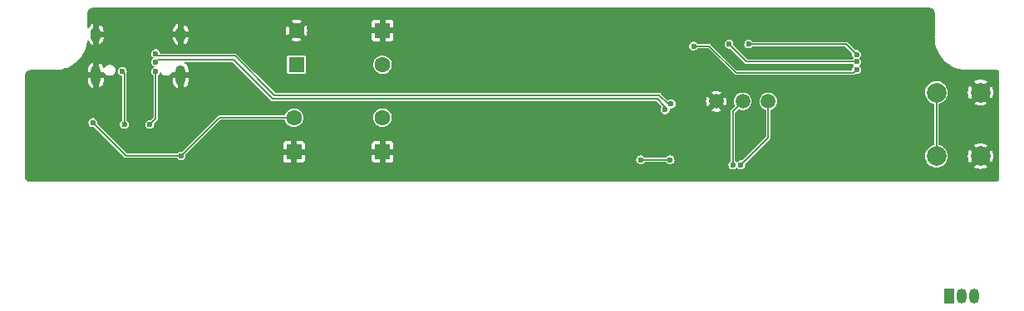
<source format=gbl>
G04 #@! TF.GenerationSoftware,KiCad,Pcbnew,(6.0.1)*
G04 #@! TF.CreationDate,2023-01-09T15:04:14+01:00*
G04 #@! TF.ProjectId,relow-solder-hot-plate,72656c6f-772d-4736-9f6c-6465722d686f,rev?*
G04 #@! TF.SameCoordinates,Original*
G04 #@! TF.FileFunction,Copper,L2,Bot*
G04 #@! TF.FilePolarity,Positive*
%FSLAX46Y46*%
G04 Gerber Fmt 4.6, Leading zero omitted, Abs format (unit mm)*
G04 Created by KiCad (PCBNEW (6.0.1)) date 2023-01-09 15:04:14*
%MOMM*%
%LPD*%
G01*
G04 APERTURE LIST*
G04 #@! TA.AperFunction,ComponentPad*
%ADD10O,1.000000X2.100000*%
G04 #@! TD*
G04 #@! TA.AperFunction,ComponentPad*
%ADD11O,1.000000X1.600000*%
G04 #@! TD*
G04 #@! TA.AperFunction,ComponentPad*
%ADD12C,1.600000*%
G04 #@! TD*
G04 #@! TA.AperFunction,ComponentPad*
%ADD13R,1.600000X1.600000*%
G04 #@! TD*
G04 #@! TA.AperFunction,ComponentPad*
%ADD14C,2.000000*%
G04 #@! TD*
G04 #@! TA.AperFunction,ComponentPad*
%ADD15R,1.050000X1.500000*%
G04 #@! TD*
G04 #@! TA.AperFunction,ComponentPad*
%ADD16O,1.050000X1.500000*%
G04 #@! TD*
G04 #@! TA.AperFunction,SMDPad,CuDef*
%ADD17C,1.500000*%
G04 #@! TD*
G04 #@! TA.AperFunction,ViaPad*
%ADD18C,0.600000*%
G04 #@! TD*
G04 #@! TA.AperFunction,Conductor*
%ADD19C,0.150000*%
G04 #@! TD*
G04 APERTURE END LIST*
D10*
X67689000Y-67392000D03*
X76329000Y-67392000D03*
D11*
X67689000Y-63212000D03*
X76329000Y-63212000D03*
D12*
X96900000Y-71700000D03*
D13*
X96900000Y-75200000D03*
D14*
X153325000Y-75640000D03*
X153325000Y-69140000D03*
X157825000Y-75640000D03*
X157825000Y-69140000D03*
D13*
X88138000Y-66295651D03*
D12*
X88138000Y-62795651D03*
X96900000Y-66300000D03*
D13*
X96900000Y-62800000D03*
D12*
X87900000Y-71700000D03*
D13*
X87900000Y-75200000D03*
D15*
X154600000Y-89940000D03*
D16*
X155870000Y-89940000D03*
X157140000Y-89940000D03*
D17*
X130910000Y-70050000D03*
X133600000Y-70050000D03*
X136200000Y-70050000D03*
D18*
X129600000Y-65000000D03*
X129600000Y-73600000D03*
X149250000Y-75900000D03*
X129000000Y-61000000D03*
X154300000Y-72800000D03*
X156450000Y-72800000D03*
X133800000Y-65000000D03*
X109700000Y-77000000D03*
X147300000Y-69300000D03*
X122600000Y-68800000D03*
X62100000Y-75700000D03*
X133800000Y-73600000D03*
X145300000Y-63200000D03*
X116600000Y-72400000D03*
X147200000Y-70900000D03*
X103800000Y-65800000D03*
X133800000Y-75200000D03*
X131650000Y-75200000D03*
X116650000Y-70800000D03*
X154400000Y-71200000D03*
X120000000Y-75400000D03*
X131700000Y-73600000D03*
X111900000Y-75400000D03*
X111850000Y-77000000D03*
X113350000Y-66200000D03*
X149300000Y-74300000D03*
X124800000Y-61000000D03*
X64200000Y-75700000D03*
X118350000Y-72400000D03*
X131700000Y-65000000D03*
X126900000Y-61000000D03*
X118350000Y-70800000D03*
X64150000Y-77300000D03*
X113350000Y-64600000D03*
X114000000Y-77000000D03*
X109800000Y-75400000D03*
X120000000Y-77000000D03*
X156500000Y-71200000D03*
X149400000Y-69300000D03*
X66300000Y-75700000D03*
X120900000Y-68800000D03*
X103800000Y-63800000D03*
X111650000Y-64600000D03*
X149350000Y-70900000D03*
X133800000Y-66600000D03*
X146900000Y-61150000D03*
X146900000Y-63300000D03*
X117850000Y-77000000D03*
X145300000Y-61100000D03*
X114000000Y-75400000D03*
X115800000Y-75400000D03*
X117900000Y-75400000D03*
X66300000Y-77300000D03*
X120850000Y-70400000D03*
X131650000Y-66600000D03*
X62000000Y-77300000D03*
X129500000Y-75200000D03*
X147200000Y-74300000D03*
X111600000Y-66200000D03*
X105200000Y-65800000D03*
X105200000Y-63800000D03*
X115700000Y-77000000D03*
X129500000Y-66600000D03*
X147100000Y-75900000D03*
X122600000Y-70400000D03*
X76400000Y-75600000D03*
X67400000Y-72200000D03*
X132600000Y-76524500D03*
X133400000Y-76524500D03*
X123200000Y-76000000D03*
X126200000Y-76000000D03*
X73200000Y-72400000D03*
X73800000Y-67000000D03*
X126300521Y-70299479D03*
X73800000Y-65175000D03*
X125699479Y-70900521D03*
X73800000Y-66025000D03*
X70400000Y-67000000D03*
X70600000Y-72400000D03*
X128600000Y-64400000D03*
X145200000Y-66800000D03*
X134200000Y-64200000D03*
X145200000Y-65250497D03*
X145200000Y-66000000D03*
X132200000Y-64200000D03*
D19*
X70800000Y-75600000D02*
X67400000Y-72200000D01*
X87900000Y-71700000D02*
X80300000Y-71700000D01*
X80300000Y-71700000D02*
X76400000Y-75600000D01*
X76400000Y-75600000D02*
X70800000Y-75600000D01*
X132600000Y-71050000D02*
X133600000Y-70050000D01*
X132600000Y-76524500D02*
X132600000Y-71050000D01*
X136200000Y-73724500D02*
X136200000Y-70050000D01*
X133400000Y-76524500D02*
X136200000Y-73724500D01*
X126200000Y-76000000D02*
X123200000Y-76000000D01*
X153325000Y-69140000D02*
X153325000Y-75640000D01*
X73200000Y-72400000D02*
X73800000Y-71800000D01*
X73800000Y-71800000D02*
X73800000Y-67000000D01*
X73800000Y-65175000D02*
X74025000Y-65400000D01*
X125082843Y-69400000D02*
X125982322Y-70299479D01*
X74025000Y-65400000D02*
X81882844Y-65400000D01*
X85882844Y-69400000D02*
X125082843Y-69400000D01*
X81882844Y-65400000D02*
X85882844Y-69400000D01*
X125982322Y-70299479D02*
X126300521Y-70299479D01*
X124917157Y-69800000D02*
X125699479Y-70582322D01*
X81717156Y-65800000D02*
X85717156Y-69800000D01*
X125699479Y-70582322D02*
X125699479Y-70900521D01*
X74025000Y-65800000D02*
X81717156Y-65800000D01*
X85717156Y-69800000D02*
X124917157Y-69800000D01*
X73800000Y-66025000D02*
X74025000Y-65800000D01*
X70600000Y-67200000D02*
X70400000Y-67000000D01*
X70600000Y-72400000D02*
X70600000Y-67200000D01*
X145200000Y-66800000D02*
X144875489Y-67124511D01*
X144875489Y-67124511D02*
X132924511Y-67124511D01*
X132924511Y-67124511D02*
X130200000Y-64400000D01*
X130200000Y-64400000D02*
X128800000Y-64400000D01*
X128800000Y-64400000D02*
X128600000Y-64400000D01*
X144149503Y-64200000D02*
X134200000Y-64200000D01*
X145200000Y-65250497D02*
X144149503Y-64200000D01*
X134000000Y-66000000D02*
X132200000Y-64200000D01*
X145200000Y-66000000D02*
X134000000Y-66000000D01*
G04 #@! TA.AperFunction,Conductor*
G36*
X152654808Y-60500633D02*
G01*
X152769754Y-60515766D01*
X152788409Y-60520764D01*
X152839705Y-60542012D01*
X152890999Y-60563259D01*
X152907729Y-60572918D01*
X152995824Y-60640517D01*
X153009483Y-60654176D01*
X153077082Y-60742271D01*
X153086741Y-60759001D01*
X153129235Y-60861589D01*
X153134235Y-60880249D01*
X153149367Y-60995192D01*
X153150000Y-61004851D01*
X153150000Y-63292893D01*
X153151884Y-63307200D01*
X153152241Y-63323244D01*
X153146061Y-63394598D01*
X153146109Y-63396641D01*
X153146109Y-63396645D01*
X153149967Y-63560361D01*
X153154749Y-63763277D01*
X153203842Y-64128776D01*
X153292746Y-64486680D01*
X153293448Y-64488583D01*
X153293449Y-64488586D01*
X153307702Y-64527219D01*
X153420387Y-64832667D01*
X153585224Y-65162559D01*
X153586324Y-65164263D01*
X153586326Y-65164266D01*
X153762384Y-65436929D01*
X153785267Y-65472369D01*
X154018098Y-65758357D01*
X154039976Y-65779894D01*
X154277731Y-66013944D01*
X154280905Y-66017069D01*
X154314037Y-66043188D01*
X154568916Y-66244119D01*
X154568922Y-66244124D01*
X154570515Y-66245379D01*
X154883430Y-66440530D01*
X155215869Y-66600166D01*
X155563819Y-66722357D01*
X155565796Y-66722815D01*
X155565802Y-66722817D01*
X155703736Y-66754788D01*
X155923076Y-66805628D01*
X156169547Y-66834799D01*
X156287719Y-66848786D01*
X156287722Y-66848786D01*
X156289300Y-66848973D01*
X156337886Y-66850500D01*
X156592578Y-66850500D01*
X156593589Y-66850444D01*
X156593602Y-66850444D01*
X156669136Y-66846287D01*
X156682860Y-66846808D01*
X156704698Y-66849683D01*
X156704700Y-66849683D01*
X156707107Y-66850000D01*
X159495149Y-66850000D01*
X159504808Y-66850633D01*
X159619753Y-66865766D01*
X159638409Y-66870764D01*
X159654319Y-66877354D01*
X159691638Y-66911550D01*
X159700000Y-66945721D01*
X159700000Y-78104647D01*
X159682687Y-78152213D01*
X159654347Y-78173002D01*
X159638602Y-78179531D01*
X159619958Y-78184534D01*
X159581409Y-78189628D01*
X159505061Y-78199715D01*
X159495405Y-78200353D01*
X89154926Y-78235630D01*
X61005093Y-78249747D01*
X60995444Y-78249118D01*
X60880456Y-78234034D01*
X60861791Y-78229041D01*
X60790916Y-78199715D01*
X60759148Y-78186570D01*
X60742410Y-78176913D01*
X60654271Y-78109323D01*
X60640604Y-78095663D01*
X60572964Y-78007552D01*
X60563298Y-77990818D01*
X60520779Y-77888202D01*
X60515777Y-77869537D01*
X60500634Y-77754556D01*
X60500000Y-77744894D01*
X60500000Y-76518940D01*
X132144901Y-76518940D01*
X132145584Y-76524163D01*
X132145584Y-76524166D01*
X132146708Y-76532757D01*
X132161633Y-76646894D01*
X132213605Y-76765010D01*
X132296639Y-76863791D01*
X132404060Y-76935296D01*
X132409092Y-76936868D01*
X132409094Y-76936869D01*
X132434109Y-76944684D01*
X132527233Y-76973778D01*
X132532501Y-76973875D01*
X132532504Y-76973875D01*
X132586552Y-76974865D01*
X132656255Y-76976143D01*
X132661338Y-76974757D01*
X132661340Y-76974757D01*
X132775671Y-76943586D01*
X132780755Y-76942200D01*
X132890724Y-76874679D01*
X132945310Y-76814374D01*
X132990065Y-76790727D01*
X133039550Y-76801381D01*
X133056818Y-76816418D01*
X133096639Y-76863791D01*
X133204060Y-76935296D01*
X133209092Y-76936868D01*
X133209094Y-76936869D01*
X133234109Y-76944684D01*
X133327233Y-76973778D01*
X133332501Y-76973875D01*
X133332504Y-76973875D01*
X133386552Y-76974865D01*
X133456255Y-76976143D01*
X133461338Y-76974757D01*
X133461340Y-76974757D01*
X133575671Y-76943586D01*
X133580755Y-76942200D01*
X133690724Y-76874679D01*
X133777322Y-76779007D01*
X133833588Y-76662875D01*
X133854997Y-76535620D01*
X133855133Y-76524500D01*
X133843315Y-76441979D01*
X133853710Y-76392441D01*
X133864242Y-76379164D01*
X134633652Y-75609754D01*
X152169967Y-75609754D01*
X152183796Y-75820749D01*
X152235845Y-76025690D01*
X152237261Y-76028762D01*
X152237263Y-76028767D01*
X152309527Y-76185520D01*
X152324369Y-76217714D01*
X152352825Y-76257978D01*
X152444446Y-76387620D01*
X152444450Y-76387624D01*
X152446405Y-76390391D01*
X152448830Y-76392753D01*
X152448834Y-76392758D01*
X152505239Y-76447705D01*
X152597865Y-76537937D01*
X152600683Y-76539820D01*
X152600688Y-76539824D01*
X152681586Y-76593878D01*
X152773677Y-76655411D01*
X152776791Y-76656749D01*
X152776793Y-76656750D01*
X152802099Y-76667622D01*
X152967953Y-76738878D01*
X153174186Y-76785544D01*
X153279828Y-76789695D01*
X153382075Y-76793713D01*
X153382079Y-76793713D01*
X153385470Y-76793846D01*
X153460865Y-76782914D01*
X153591368Y-76763992D01*
X153591373Y-76763991D01*
X153594730Y-76763504D01*
X153638754Y-76748560D01*
X157145848Y-76748560D01*
X157146805Y-76752130D01*
X157169869Y-76768280D01*
X157175445Y-76771499D01*
X157375744Y-76864900D01*
X157381803Y-76867105D01*
X157595267Y-76924303D01*
X157601622Y-76925423D01*
X157821777Y-76944684D01*
X157828223Y-76944684D01*
X158048378Y-76925423D01*
X158054733Y-76924303D01*
X158268197Y-76867105D01*
X158274256Y-76864900D01*
X158474555Y-76771499D01*
X158480131Y-76768280D01*
X158498195Y-76755631D01*
X158504296Y-76746918D01*
X158503974Y-76743238D01*
X157834226Y-76073490D01*
X157824587Y-76068995D01*
X157818688Y-76070576D01*
X157150343Y-76738921D01*
X157145848Y-76748560D01*
X153638754Y-76748560D01*
X153794955Y-76695537D01*
X153797908Y-76693883D01*
X153797913Y-76693881D01*
X153976480Y-76593878D01*
X153976482Y-76593877D01*
X153979442Y-76592219D01*
X154142012Y-76457012D01*
X154259245Y-76316053D01*
X154275045Y-76297056D01*
X154277219Y-76294442D01*
X154281414Y-76286952D01*
X154378881Y-76112913D01*
X154378883Y-76112908D01*
X154380537Y-76109955D01*
X154448504Y-75909730D01*
X154448991Y-75906373D01*
X154448992Y-75906368D01*
X154478533Y-75702629D01*
X154478533Y-75702628D01*
X154478846Y-75700470D01*
X154480345Y-75643223D01*
X156520316Y-75643223D01*
X156539577Y-75863378D01*
X156540697Y-75869733D01*
X156597895Y-76083197D01*
X156600100Y-76089256D01*
X156693501Y-76289555D01*
X156696720Y-76295131D01*
X156709369Y-76313195D01*
X156718082Y-76319296D01*
X156721762Y-76318974D01*
X157391510Y-75649226D01*
X157395620Y-75640413D01*
X158253995Y-75640413D01*
X158255576Y-75646312D01*
X158923921Y-76314657D01*
X158933560Y-76319152D01*
X158937130Y-76318195D01*
X158953280Y-76295131D01*
X158956499Y-76289555D01*
X159049900Y-76089256D01*
X159052105Y-76083197D01*
X159109303Y-75869733D01*
X159110423Y-75863378D01*
X159129684Y-75643223D01*
X159129684Y-75636777D01*
X159110423Y-75416622D01*
X159109303Y-75410267D01*
X159052105Y-75196803D01*
X159049900Y-75190744D01*
X158956499Y-74990445D01*
X158953280Y-74984869D01*
X158940631Y-74966805D01*
X158931918Y-74960704D01*
X158928238Y-74961026D01*
X158258490Y-75630774D01*
X158253995Y-75640413D01*
X157395620Y-75640413D01*
X157396005Y-75639587D01*
X157394424Y-75633688D01*
X156726079Y-74965343D01*
X156716440Y-74960848D01*
X156712870Y-74961805D01*
X156696720Y-74984869D01*
X156693501Y-74990445D01*
X156600100Y-75190744D01*
X156597895Y-75196803D01*
X156540697Y-75410267D01*
X156539577Y-75416622D01*
X156520316Y-75636777D01*
X156520316Y-75643223D01*
X154480345Y-75643223D01*
X154480429Y-75640000D01*
X154477961Y-75613141D01*
X154461392Y-75432819D01*
X154461391Y-75432814D01*
X154461081Y-75429440D01*
X154451801Y-75396533D01*
X154412547Y-75257350D01*
X154403686Y-75225931D01*
X154310165Y-75036290D01*
X154293300Y-75013704D01*
X154185683Y-74869588D01*
X154185682Y-74869587D01*
X154183651Y-74866867D01*
X154124306Y-74812010D01*
X154030873Y-74725640D01*
X154030869Y-74725637D01*
X154028381Y-74723337D01*
X153849554Y-74610505D01*
X153846412Y-74609251D01*
X153846409Y-74609250D01*
X153656309Y-74533408D01*
X153656306Y-74533407D01*
X153655491Y-74533082D01*
X157145704Y-74533082D01*
X157146026Y-74536762D01*
X157815774Y-75206510D01*
X157825413Y-75211005D01*
X157831312Y-75209424D01*
X158499657Y-74541079D01*
X158504152Y-74531440D01*
X158503195Y-74527870D01*
X158480131Y-74511720D01*
X158474555Y-74508501D01*
X158274256Y-74415100D01*
X158268197Y-74412895D01*
X158054733Y-74355697D01*
X158048378Y-74354577D01*
X157828223Y-74335316D01*
X157821777Y-74335316D01*
X157601622Y-74354577D01*
X157595267Y-74355697D01*
X157381803Y-74412895D01*
X157375744Y-74415100D01*
X157175445Y-74508501D01*
X157169869Y-74511720D01*
X157151805Y-74524369D01*
X157145704Y-74533082D01*
X153655491Y-74533082D01*
X153653160Y-74532152D01*
X153649835Y-74531491D01*
X153649833Y-74531490D01*
X153617792Y-74525117D01*
X153610064Y-74523580D01*
X153566789Y-74497321D01*
X153550500Y-74451002D01*
X153550500Y-70331546D01*
X153567813Y-70283980D01*
X153600713Y-70261473D01*
X153628237Y-70252130D01*
X153638754Y-70248560D01*
X157145848Y-70248560D01*
X157146805Y-70252130D01*
X157169869Y-70268280D01*
X157175445Y-70271499D01*
X157375744Y-70364900D01*
X157381803Y-70367105D01*
X157595267Y-70424303D01*
X157601622Y-70425423D01*
X157821777Y-70444684D01*
X157828223Y-70444684D01*
X158048378Y-70425423D01*
X158054733Y-70424303D01*
X158268197Y-70367105D01*
X158274256Y-70364900D01*
X158474555Y-70271499D01*
X158480131Y-70268280D01*
X158498195Y-70255631D01*
X158504296Y-70246918D01*
X158503974Y-70243238D01*
X157834226Y-69573490D01*
X157824587Y-69568995D01*
X157818688Y-69570576D01*
X157150343Y-70238921D01*
X157145848Y-70248560D01*
X153638754Y-70248560D01*
X153794955Y-70195537D01*
X153797908Y-70193883D01*
X153797913Y-70193881D01*
X153976480Y-70093878D01*
X153976482Y-70093877D01*
X153979442Y-70092219D01*
X154142012Y-69957012D01*
X154257464Y-69818195D01*
X154275045Y-69797056D01*
X154277219Y-69794442D01*
X154321912Y-69714637D01*
X154378881Y-69612913D01*
X154378883Y-69612908D01*
X154380537Y-69609955D01*
X154448504Y-69409730D01*
X154448991Y-69406373D01*
X154448992Y-69406368D01*
X154478533Y-69202629D01*
X154478533Y-69202628D01*
X154478846Y-69200470D01*
X154480345Y-69143223D01*
X156520316Y-69143223D01*
X156539577Y-69363378D01*
X156540697Y-69369733D01*
X156597895Y-69583197D01*
X156600100Y-69589256D01*
X156693501Y-69789555D01*
X156696720Y-69795131D01*
X156709369Y-69813195D01*
X156718082Y-69819296D01*
X156721762Y-69818974D01*
X157391510Y-69149226D01*
X157395620Y-69140413D01*
X158253995Y-69140413D01*
X158255576Y-69146312D01*
X158923921Y-69814657D01*
X158933560Y-69819152D01*
X158937130Y-69818195D01*
X158953280Y-69795131D01*
X158956499Y-69789555D01*
X159049900Y-69589256D01*
X159052105Y-69583197D01*
X159109303Y-69369733D01*
X159110423Y-69363378D01*
X159129684Y-69143223D01*
X159129684Y-69136777D01*
X159110423Y-68916622D01*
X159109303Y-68910267D01*
X159052105Y-68696803D01*
X159049900Y-68690744D01*
X158956499Y-68490445D01*
X158953280Y-68484869D01*
X158940631Y-68466805D01*
X158931918Y-68460704D01*
X158928238Y-68461026D01*
X158258490Y-69130774D01*
X158253995Y-69140413D01*
X157395620Y-69140413D01*
X157396005Y-69139587D01*
X157394424Y-69133688D01*
X156726079Y-68465343D01*
X156716440Y-68460848D01*
X156712870Y-68461805D01*
X156696720Y-68484869D01*
X156693501Y-68490445D01*
X156600100Y-68690744D01*
X156597895Y-68696803D01*
X156540697Y-68910267D01*
X156539577Y-68916622D01*
X156520316Y-69136777D01*
X156520316Y-69143223D01*
X154480345Y-69143223D01*
X154480429Y-69140000D01*
X154479581Y-69130774D01*
X154461392Y-68932819D01*
X154461391Y-68932814D01*
X154461081Y-68929440D01*
X154451801Y-68896533D01*
X154404605Y-68729191D01*
X154403686Y-68725931D01*
X154310165Y-68536290D01*
X154293300Y-68513704D01*
X154185683Y-68369588D01*
X154185682Y-68369587D01*
X154183651Y-68366867D01*
X154096118Y-68285952D01*
X154030873Y-68225640D01*
X154030869Y-68225637D01*
X154028381Y-68223337D01*
X153849554Y-68110505D01*
X153846412Y-68109251D01*
X153846409Y-68109250D01*
X153656314Y-68033410D01*
X153656311Y-68033409D01*
X153655491Y-68033082D01*
X157145704Y-68033082D01*
X157146026Y-68036762D01*
X157815774Y-68706510D01*
X157825413Y-68711005D01*
X157831312Y-68709424D01*
X158499657Y-68041079D01*
X158504152Y-68031440D01*
X158503195Y-68027870D01*
X158480131Y-68011720D01*
X158474555Y-68008501D01*
X158274256Y-67915100D01*
X158268197Y-67912895D01*
X158054733Y-67855697D01*
X158048378Y-67854577D01*
X157828223Y-67835316D01*
X157821777Y-67835316D01*
X157601622Y-67854577D01*
X157595267Y-67855697D01*
X157381803Y-67912895D01*
X157375744Y-67915100D01*
X157175445Y-68008501D01*
X157169869Y-68011720D01*
X157151805Y-68024369D01*
X157145704Y-68033082D01*
X153655491Y-68033082D01*
X153653160Y-68032152D01*
X153466423Y-67995008D01*
X153449099Y-67991562D01*
X153449097Y-67991562D01*
X153445775Y-67990901D01*
X153352571Y-67989681D01*
X153237739Y-67988177D01*
X153237734Y-67988177D01*
X153234346Y-67988133D01*
X153231000Y-67988708D01*
X153230999Y-67988708D01*
X153214390Y-67991562D01*
X153025953Y-68023941D01*
X152827575Y-68097127D01*
X152645856Y-68205238D01*
X152643312Y-68207469D01*
X152643308Y-68207472D01*
X152556282Y-68283792D01*
X152486881Y-68344655D01*
X152484784Y-68347314D01*
X152484783Y-68347316D01*
X152376346Y-68484869D01*
X152355976Y-68510708D01*
X152257523Y-68697836D01*
X152256517Y-68701075D01*
X152256516Y-68701078D01*
X152253925Y-68709424D01*
X152194820Y-68899773D01*
X152191309Y-68929440D01*
X152174587Y-69070724D01*
X152169967Y-69109754D01*
X152183796Y-69320749D01*
X152235845Y-69525690D01*
X152237261Y-69528762D01*
X152237263Y-69528767D01*
X152322950Y-69714637D01*
X152324369Y-69717714D01*
X152326327Y-69720484D01*
X152444446Y-69887620D01*
X152444450Y-69887624D01*
X152446405Y-69890391D01*
X152448830Y-69892753D01*
X152448834Y-69892758D01*
X152487851Y-69930766D01*
X152597865Y-70037937D01*
X152600683Y-70039820D01*
X152600688Y-70039824D01*
X152681586Y-70093878D01*
X152773677Y-70155411D01*
X152776791Y-70156749D01*
X152776793Y-70156750D01*
X152811679Y-70171738D01*
X152967953Y-70238878D01*
X153026519Y-70252130D01*
X153041832Y-70255595D01*
X153084404Y-70282978D01*
X153099500Y-70327770D01*
X153099500Y-74448934D01*
X153082187Y-74496500D01*
X153038034Y-74521865D01*
X153025953Y-74523941D01*
X152827575Y-74597127D01*
X152645856Y-74705238D01*
X152643312Y-74707469D01*
X152643308Y-74707472D01*
X152556282Y-74783792D01*
X152486881Y-74844655D01*
X152484784Y-74847314D01*
X152484783Y-74847316D01*
X152376346Y-74984869D01*
X152355976Y-75010708D01*
X152257523Y-75197836D01*
X152256517Y-75201075D01*
X152256516Y-75201078D01*
X152253925Y-75209424D01*
X152194820Y-75399773D01*
X152182957Y-75500000D01*
X152172340Y-75589708D01*
X152169967Y-75609754D01*
X134633652Y-75609754D01*
X136353898Y-73889507D01*
X136356708Y-73886840D01*
X136380728Y-73865212D01*
X136386509Y-73860007D01*
X136389672Y-73852903D01*
X136389674Y-73852900D01*
X136396417Y-73837753D01*
X136401960Y-73827545D01*
X136410989Y-73813642D01*
X136415226Y-73807118D01*
X136416556Y-73798720D01*
X136422042Y-73780199D01*
X136425500Y-73772432D01*
X136425500Y-73748073D01*
X136426411Y-73736497D01*
X136429005Y-73720118D01*
X136430222Y-73712435D01*
X136428209Y-73704923D01*
X136428209Y-73704919D01*
X136428022Y-73704222D01*
X136425500Y-73685069D01*
X136425500Y-70982126D01*
X136442813Y-70934560D01*
X136476481Y-70911850D01*
X136479803Y-70911144D01*
X136652730Y-70834151D01*
X136659980Y-70828884D01*
X136767079Y-70751072D01*
X136805871Y-70722888D01*
X136866622Y-70655417D01*
X136929941Y-70585095D01*
X136929942Y-70585093D01*
X136932533Y-70582216D01*
X137027179Y-70418284D01*
X137085674Y-70238256D01*
X137090050Y-70196626D01*
X137104797Y-70056312D01*
X137105460Y-70050000D01*
X137095135Y-69951764D01*
X137086079Y-69865595D01*
X137086078Y-69865593D01*
X137085674Y-69861744D01*
X137027179Y-69681716D01*
X136932533Y-69517784D01*
X136805871Y-69377112D01*
X136652730Y-69265849D01*
X136548118Y-69219272D01*
X136483348Y-69190434D01*
X136483345Y-69190433D01*
X136479803Y-69188856D01*
X136476011Y-69188050D01*
X136476008Y-69188049D01*
X136298443Y-69150307D01*
X136298442Y-69150307D01*
X136294646Y-69149500D01*
X136105354Y-69149500D01*
X136101558Y-69150307D01*
X136101557Y-69150307D01*
X135923992Y-69188049D01*
X135923989Y-69188050D01*
X135920197Y-69188856D01*
X135916655Y-69190433D01*
X135916652Y-69190434D01*
X135851882Y-69219272D01*
X135747270Y-69265849D01*
X135594129Y-69377112D01*
X135467467Y-69517784D01*
X135372821Y-69681716D01*
X135314326Y-69861744D01*
X135313922Y-69865593D01*
X135313921Y-69865595D01*
X135304865Y-69951764D01*
X135294540Y-70050000D01*
X135295203Y-70056312D01*
X135309951Y-70196626D01*
X135314326Y-70238256D01*
X135372821Y-70418284D01*
X135467467Y-70582216D01*
X135470058Y-70585093D01*
X135470059Y-70585095D01*
X135533378Y-70655417D01*
X135594129Y-70722888D01*
X135632921Y-70751072D01*
X135740021Y-70828884D01*
X135747270Y-70834151D01*
X135920197Y-70911144D01*
X135923491Y-70911844D01*
X135963256Y-70942913D01*
X135974500Y-70982126D01*
X135974500Y-73600442D01*
X135957187Y-73648008D01*
X135952826Y-73652768D01*
X133547728Y-76057867D01*
X133501852Y-76079259D01*
X133474195Y-76076436D01*
X133467273Y-76074366D01*
X133401771Y-76073966D01*
X133343501Y-76073610D01*
X133343500Y-76073610D01*
X133338231Y-76073578D01*
X133214155Y-76109039D01*
X133105019Y-76177899D01*
X133072573Y-76214637D01*
X133055408Y-76234073D01*
X133010944Y-76258266D01*
X132961332Y-76248217D01*
X132943882Y-76233392D01*
X132902633Y-76185520D01*
X132902632Y-76185519D01*
X132899193Y-76181528D01*
X132894774Y-76178664D01*
X132894772Y-76178662D01*
X132859251Y-76155639D01*
X132828752Y-76115239D01*
X132825500Y-76093542D01*
X132825500Y-71174058D01*
X132842813Y-71126492D01*
X132847174Y-71121732D01*
X133102647Y-70866258D01*
X133148523Y-70844866D01*
X133185072Y-70850982D01*
X133316652Y-70909566D01*
X133316655Y-70909567D01*
X133320197Y-70911144D01*
X133323989Y-70911950D01*
X133323992Y-70911951D01*
X133488676Y-70946955D01*
X133505354Y-70950500D01*
X133694646Y-70950500D01*
X133711324Y-70946955D01*
X133876008Y-70911951D01*
X133876011Y-70911950D01*
X133879803Y-70911144D01*
X133883345Y-70909567D01*
X133883348Y-70909566D01*
X134049188Y-70835728D01*
X134052730Y-70834151D01*
X134059980Y-70828884D01*
X134167079Y-70751072D01*
X134205871Y-70722888D01*
X134266622Y-70655417D01*
X134329941Y-70585095D01*
X134329942Y-70585093D01*
X134332533Y-70582216D01*
X134427179Y-70418284D01*
X134485674Y-70238256D01*
X134490050Y-70196626D01*
X134504797Y-70056312D01*
X134505460Y-70050000D01*
X134495135Y-69951764D01*
X134486079Y-69865595D01*
X134486078Y-69865593D01*
X134485674Y-69861744D01*
X134427179Y-69681716D01*
X134332533Y-69517784D01*
X134205871Y-69377112D01*
X134052730Y-69265849D01*
X133948118Y-69219272D01*
X133883348Y-69190434D01*
X133883345Y-69190433D01*
X133879803Y-69188856D01*
X133876011Y-69188050D01*
X133876008Y-69188049D01*
X133698443Y-69150307D01*
X133698442Y-69150307D01*
X133694646Y-69149500D01*
X133505354Y-69149500D01*
X133501558Y-69150307D01*
X133501557Y-69150307D01*
X133323992Y-69188049D01*
X133323989Y-69188050D01*
X133320197Y-69188856D01*
X133316655Y-69190433D01*
X133316652Y-69190434D01*
X133251882Y-69219272D01*
X133147270Y-69265849D01*
X132994129Y-69377112D01*
X132867467Y-69517784D01*
X132772821Y-69681716D01*
X132714326Y-69861744D01*
X132713922Y-69865593D01*
X132713921Y-69865595D01*
X132704865Y-69951764D01*
X132694540Y-70050000D01*
X132695203Y-70056312D01*
X132709951Y-70196626D01*
X132714326Y-70238256D01*
X132772821Y-70418284D01*
X132786861Y-70442601D01*
X132795670Y-70457859D01*
X132804460Y-70507708D01*
X132783910Y-70547185D01*
X132446102Y-70884993D01*
X132443292Y-70887660D01*
X132413491Y-70914493D01*
X132410328Y-70921597D01*
X132410326Y-70921600D01*
X132403583Y-70936747D01*
X132398040Y-70946954D01*
X132384774Y-70967382D01*
X132383557Y-70975064D01*
X132383557Y-70975065D01*
X132383444Y-70975780D01*
X132377958Y-70994301D01*
X132374500Y-71002068D01*
X132374500Y-71026427D01*
X132373589Y-71038003D01*
X132369778Y-71062065D01*
X132371791Y-71069577D01*
X132371791Y-71069581D01*
X132371978Y-71070278D01*
X132374500Y-71089431D01*
X132374500Y-76093252D01*
X132357187Y-76140818D01*
X132339987Y-76155836D01*
X132305019Y-76177899D01*
X132301532Y-76181847D01*
X132301531Y-76181848D01*
X132298288Y-76185520D01*
X132219596Y-76274622D01*
X132217357Y-76279391D01*
X132217355Y-76279394D01*
X132191128Y-76335256D01*
X132164754Y-76391432D01*
X132144901Y-76518940D01*
X60500000Y-76518940D01*
X60500000Y-72194440D01*
X66944901Y-72194440D01*
X66945584Y-72199663D01*
X66945584Y-72199666D01*
X66958600Y-72299197D01*
X66961633Y-72322394D01*
X67013605Y-72440510D01*
X67096639Y-72539291D01*
X67204060Y-72610796D01*
X67209092Y-72612368D01*
X67209094Y-72612369D01*
X67244714Y-72623497D01*
X67327233Y-72649278D01*
X67332501Y-72649375D01*
X67332504Y-72649375D01*
X67386552Y-72650365D01*
X67456255Y-72651643D01*
X67463151Y-72649763D01*
X67474924Y-72646553D01*
X67525369Y-72650744D01*
X67546715Y-72665621D01*
X70634993Y-75753898D01*
X70637660Y-75756708D01*
X70664493Y-75786509D01*
X70671597Y-75789672D01*
X70671600Y-75789674D01*
X70686747Y-75796417D01*
X70696954Y-75801960D01*
X70717382Y-75815226D01*
X70725064Y-75816443D01*
X70725065Y-75816443D01*
X70725780Y-75816556D01*
X70744301Y-75822042D01*
X70752068Y-75825500D01*
X70776427Y-75825500D01*
X70788003Y-75826411D01*
X70812065Y-75830222D01*
X70819577Y-75828209D01*
X70819581Y-75828209D01*
X70820278Y-75828022D01*
X70839431Y-75825500D01*
X75966520Y-75825500D01*
X76014086Y-75842813D01*
X76023165Y-75851883D01*
X76096639Y-75939291D01*
X76204060Y-76010796D01*
X76209092Y-76012368D01*
X76209094Y-76012369D01*
X76241218Y-76022405D01*
X76327233Y-76049278D01*
X76332501Y-76049375D01*
X76332504Y-76049375D01*
X76386552Y-76050365D01*
X76456255Y-76051643D01*
X76461338Y-76050257D01*
X76461340Y-76050257D01*
X76490191Y-76042391D01*
X86800000Y-76042391D01*
X86800258Y-76046739D01*
X86802456Y-76065218D01*
X86805365Y-76075801D01*
X86845706Y-76166623D01*
X86853313Y-76177690D01*
X86922739Y-76246995D01*
X86933824Y-76254585D01*
X87024703Y-76294762D01*
X87035315Y-76297655D01*
X87053298Y-76299752D01*
X87057568Y-76300000D01*
X87586952Y-76300000D01*
X87596948Y-76296362D01*
X87600000Y-76291075D01*
X87600000Y-76286952D01*
X88200000Y-76286952D01*
X88203638Y-76296948D01*
X88208925Y-76300000D01*
X88742391Y-76300000D01*
X88746739Y-76299742D01*
X88765218Y-76297544D01*
X88775801Y-76294635D01*
X88866623Y-76254294D01*
X88877690Y-76246687D01*
X88946995Y-76177261D01*
X88954585Y-76166176D01*
X88994762Y-76075297D01*
X88997655Y-76064685D01*
X88999752Y-76046702D01*
X89000000Y-76042432D01*
X89000000Y-76042391D01*
X95800000Y-76042391D01*
X95800258Y-76046739D01*
X95802456Y-76065218D01*
X95805365Y-76075801D01*
X95845706Y-76166623D01*
X95853313Y-76177690D01*
X95922739Y-76246995D01*
X95933824Y-76254585D01*
X96024703Y-76294762D01*
X96035315Y-76297655D01*
X96053298Y-76299752D01*
X96057568Y-76300000D01*
X96586952Y-76300000D01*
X96596948Y-76296362D01*
X96600000Y-76291075D01*
X96600000Y-76286952D01*
X97200000Y-76286952D01*
X97203638Y-76296948D01*
X97208925Y-76300000D01*
X97742391Y-76300000D01*
X97746739Y-76299742D01*
X97765218Y-76297544D01*
X97775801Y-76294635D01*
X97866623Y-76254294D01*
X97877690Y-76246687D01*
X97946995Y-76177261D01*
X97954585Y-76166176D01*
X97994762Y-76075297D01*
X97997655Y-76064685D01*
X97999752Y-76046702D01*
X98000000Y-76042432D01*
X98000000Y-75994440D01*
X122744901Y-75994440D01*
X122745584Y-75999663D01*
X122745584Y-75999666D01*
X122759887Y-76109039D01*
X122761633Y-76122394D01*
X122813605Y-76240510D01*
X122896639Y-76339291D01*
X123004060Y-76410796D01*
X123009092Y-76412368D01*
X123009094Y-76412369D01*
X123044714Y-76423497D01*
X123127233Y-76449278D01*
X123132501Y-76449375D01*
X123132504Y-76449375D01*
X123186552Y-76450365D01*
X123256255Y-76451643D01*
X123261338Y-76450257D01*
X123261340Y-76450257D01*
X123375671Y-76419086D01*
X123380755Y-76417700D01*
X123490724Y-76350179D01*
X123547954Y-76286952D01*
X123573784Y-76258416D01*
X123573785Y-76258415D01*
X123577322Y-76254507D01*
X123578050Y-76255166D01*
X123614932Y-76228367D01*
X123635332Y-76225500D01*
X125766520Y-76225500D01*
X125814086Y-76242813D01*
X125823165Y-76251883D01*
X125896639Y-76339291D01*
X126004060Y-76410796D01*
X126009092Y-76412368D01*
X126009094Y-76412369D01*
X126044714Y-76423497D01*
X126127233Y-76449278D01*
X126132501Y-76449375D01*
X126132504Y-76449375D01*
X126186552Y-76450365D01*
X126256255Y-76451643D01*
X126261338Y-76450257D01*
X126261340Y-76450257D01*
X126375671Y-76419086D01*
X126380755Y-76417700D01*
X126490724Y-76350179D01*
X126577322Y-76254507D01*
X126633588Y-76138375D01*
X126652546Y-76025690D01*
X126654522Y-76013944D01*
X126654522Y-76013943D01*
X126654997Y-76011120D01*
X126655133Y-76000000D01*
X126642666Y-75912946D01*
X126637586Y-75877472D01*
X126637585Y-75877469D01*
X126636839Y-75872259D01*
X126614916Y-75824041D01*
X126585610Y-75759586D01*
X126585608Y-75759583D01*
X126583428Y-75754788D01*
X126576003Y-75746170D01*
X126502633Y-75661020D01*
X126502632Y-75661019D01*
X126499193Y-75657028D01*
X126494774Y-75654164D01*
X126494772Y-75654162D01*
X126395329Y-75589708D01*
X126395330Y-75589708D01*
X126390906Y-75586841D01*
X126385857Y-75585331D01*
X126385855Y-75585330D01*
X126272326Y-75551377D01*
X126272325Y-75551377D01*
X126267273Y-75549866D01*
X126201771Y-75549466D01*
X126143501Y-75549110D01*
X126143500Y-75549110D01*
X126138231Y-75549078D01*
X126014155Y-75584539D01*
X125905019Y-75653399D01*
X125823087Y-75746170D01*
X125820159Y-75749485D01*
X125775695Y-75773678D01*
X125764693Y-75774500D01*
X123634332Y-75774500D01*
X123586766Y-75757187D01*
X123578272Y-75748804D01*
X123502633Y-75661020D01*
X123502632Y-75661019D01*
X123499193Y-75657028D01*
X123494774Y-75654164D01*
X123494772Y-75654162D01*
X123395329Y-75589708D01*
X123395330Y-75589708D01*
X123390906Y-75586841D01*
X123385857Y-75585331D01*
X123385855Y-75585330D01*
X123272326Y-75551377D01*
X123272325Y-75551377D01*
X123267273Y-75549866D01*
X123201771Y-75549466D01*
X123143501Y-75549110D01*
X123143500Y-75549110D01*
X123138231Y-75549078D01*
X123014155Y-75584539D01*
X122905019Y-75653399D01*
X122901531Y-75657348D01*
X122901529Y-75657350D01*
X122898288Y-75661020D01*
X122819596Y-75750122D01*
X122817357Y-75754891D01*
X122817355Y-75754894D01*
X122783022Y-75828022D01*
X122764754Y-75866932D01*
X122744901Y-75994440D01*
X98000000Y-75994440D01*
X98000000Y-75513048D01*
X97996362Y-75503052D01*
X97991075Y-75500000D01*
X97213048Y-75500000D01*
X97203052Y-75503638D01*
X97200000Y-75508925D01*
X97200000Y-76286952D01*
X96600000Y-76286952D01*
X96600000Y-75513048D01*
X96596362Y-75503052D01*
X96591075Y-75500000D01*
X95813048Y-75500000D01*
X95803052Y-75503638D01*
X95800000Y-75508925D01*
X95800000Y-76042391D01*
X89000000Y-76042391D01*
X89000000Y-75513048D01*
X88996362Y-75503052D01*
X88991075Y-75500000D01*
X88213048Y-75500000D01*
X88203052Y-75503638D01*
X88200000Y-75508925D01*
X88200000Y-76286952D01*
X87600000Y-76286952D01*
X87600000Y-75513048D01*
X87596362Y-75503052D01*
X87591075Y-75500000D01*
X86813048Y-75500000D01*
X86803052Y-75503638D01*
X86800000Y-75508925D01*
X86800000Y-76042391D01*
X76490191Y-76042391D01*
X76575671Y-76019086D01*
X76580755Y-76017700D01*
X76690724Y-75950179D01*
X76777322Y-75854507D01*
X76833588Y-75738375D01*
X76851200Y-75633688D01*
X76854522Y-75613944D01*
X76854522Y-75613943D01*
X76854997Y-75611120D01*
X76855133Y-75600000D01*
X76843315Y-75517479D01*
X76853710Y-75467941D01*
X76864242Y-75454664D01*
X77431954Y-74886952D01*
X86800000Y-74886952D01*
X86803638Y-74896948D01*
X86808925Y-74900000D01*
X87586952Y-74900000D01*
X87596948Y-74896362D01*
X87600000Y-74891075D01*
X87600000Y-74886952D01*
X88200000Y-74886952D01*
X88203638Y-74896948D01*
X88208925Y-74900000D01*
X88986952Y-74900000D01*
X88996948Y-74896362D01*
X89000000Y-74891075D01*
X89000000Y-74886952D01*
X95800000Y-74886952D01*
X95803638Y-74896948D01*
X95808925Y-74900000D01*
X96586952Y-74900000D01*
X96596948Y-74896362D01*
X96600000Y-74891075D01*
X96600000Y-74886952D01*
X97200000Y-74886952D01*
X97203638Y-74896948D01*
X97208925Y-74900000D01*
X97986952Y-74900000D01*
X97996948Y-74896362D01*
X98000000Y-74891075D01*
X98000000Y-74357609D01*
X97999742Y-74353261D01*
X97997544Y-74334782D01*
X97994635Y-74324199D01*
X97954294Y-74233377D01*
X97946687Y-74222310D01*
X97877261Y-74153005D01*
X97866176Y-74145415D01*
X97775297Y-74105238D01*
X97764685Y-74102345D01*
X97746702Y-74100248D01*
X97742432Y-74100000D01*
X97213048Y-74100000D01*
X97203052Y-74103638D01*
X97200000Y-74108925D01*
X97200000Y-74886952D01*
X96600000Y-74886952D01*
X96600000Y-74113048D01*
X96596362Y-74103052D01*
X96591075Y-74100000D01*
X96057609Y-74100000D01*
X96053261Y-74100258D01*
X96034782Y-74102456D01*
X96024199Y-74105365D01*
X95933377Y-74145706D01*
X95922310Y-74153313D01*
X95853005Y-74222739D01*
X95845415Y-74233824D01*
X95805238Y-74324703D01*
X95802345Y-74335315D01*
X95800248Y-74353298D01*
X95800000Y-74357568D01*
X95800000Y-74886952D01*
X89000000Y-74886952D01*
X89000000Y-74357609D01*
X88999742Y-74353261D01*
X88997544Y-74334782D01*
X88994635Y-74324199D01*
X88954294Y-74233377D01*
X88946687Y-74222310D01*
X88877261Y-74153005D01*
X88866176Y-74145415D01*
X88775297Y-74105238D01*
X88764685Y-74102345D01*
X88746702Y-74100248D01*
X88742432Y-74100000D01*
X88213048Y-74100000D01*
X88203052Y-74103638D01*
X88200000Y-74108925D01*
X88200000Y-74886952D01*
X87600000Y-74886952D01*
X87600000Y-74113048D01*
X87596362Y-74103052D01*
X87591075Y-74100000D01*
X87057609Y-74100000D01*
X87053261Y-74100258D01*
X87034782Y-74102456D01*
X87024199Y-74105365D01*
X86933377Y-74145706D01*
X86922310Y-74153313D01*
X86853005Y-74222739D01*
X86845415Y-74233824D01*
X86805238Y-74324703D01*
X86802345Y-74335315D01*
X86800248Y-74353298D01*
X86800000Y-74357568D01*
X86800000Y-74886952D01*
X77431954Y-74886952D01*
X80371731Y-71947174D01*
X80417607Y-71925782D01*
X80424057Y-71925500D01*
X86920051Y-71925500D01*
X86967617Y-71942813D01*
X86991184Y-71979103D01*
X87006162Y-72031336D01*
X87011971Y-72051595D01*
X87013624Y-72054811D01*
X87095520Y-72214164D01*
X87095523Y-72214169D01*
X87097176Y-72217385D01*
X87212959Y-72363468D01*
X87215712Y-72365811D01*
X87215713Y-72365812D01*
X87308225Y-72444545D01*
X87354912Y-72484279D01*
X87358074Y-72486046D01*
X87514468Y-72573452D01*
X87514472Y-72573454D01*
X87517627Y-72575217D01*
X87521063Y-72576334D01*
X87521069Y-72576336D01*
X87627127Y-72610796D01*
X87694907Y-72632819D01*
X87762399Y-72640867D01*
X87876398Y-72654461D01*
X87876401Y-72654461D01*
X87879998Y-72654890D01*
X87940208Y-72650257D01*
X88062240Y-72640867D01*
X88062241Y-72640867D01*
X88065851Y-72640589D01*
X88245387Y-72590462D01*
X88279061Y-72573452D01*
X88408534Y-72508051D01*
X88408537Y-72508049D01*
X88411768Y-72506417D01*
X88558655Y-72391656D01*
X88680454Y-72250550D01*
X88682237Y-72247411D01*
X88682240Y-72247407D01*
X88739750Y-72146170D01*
X88772526Y-72088474D01*
X88782880Y-72057350D01*
X88830221Y-71915038D01*
X88830222Y-71915035D01*
X88831364Y-71911601D01*
X88854727Y-71726668D01*
X88855099Y-71700000D01*
X88853792Y-71686665D01*
X95944994Y-71686665D01*
X95945297Y-71690274D01*
X95945297Y-71690276D01*
X95956002Y-71817749D01*
X95960592Y-71872414D01*
X96011971Y-72051595D01*
X96013624Y-72054811D01*
X96095520Y-72214164D01*
X96095523Y-72214169D01*
X96097176Y-72217385D01*
X96212959Y-72363468D01*
X96215712Y-72365811D01*
X96215713Y-72365812D01*
X96308225Y-72444545D01*
X96354912Y-72484279D01*
X96358074Y-72486046D01*
X96514468Y-72573452D01*
X96514472Y-72573454D01*
X96517627Y-72575217D01*
X96521063Y-72576334D01*
X96521069Y-72576336D01*
X96627127Y-72610796D01*
X96694907Y-72632819D01*
X96762399Y-72640867D01*
X96876398Y-72654461D01*
X96876401Y-72654461D01*
X96879998Y-72654890D01*
X96940208Y-72650257D01*
X97062240Y-72640867D01*
X97062241Y-72640867D01*
X97065851Y-72640589D01*
X97245387Y-72590462D01*
X97279061Y-72573452D01*
X97408534Y-72508051D01*
X97408537Y-72508049D01*
X97411768Y-72506417D01*
X97558655Y-72391656D01*
X97680454Y-72250550D01*
X97682237Y-72247411D01*
X97682240Y-72247407D01*
X97739750Y-72146170D01*
X97772526Y-72088474D01*
X97782880Y-72057350D01*
X97830221Y-71915038D01*
X97830222Y-71915035D01*
X97831364Y-71911601D01*
X97854727Y-71726668D01*
X97855099Y-71700000D01*
X97853792Y-71686665D01*
X97839525Y-71541169D01*
X97836909Y-71514487D01*
X97783033Y-71336040D01*
X97695522Y-71171456D01*
X97577710Y-71027005D01*
X97434085Y-70908187D01*
X97297159Y-70834151D01*
X97273299Y-70821250D01*
X97270116Y-70819529D01*
X97092049Y-70764409D01*
X96906668Y-70744924D01*
X96890978Y-70746352D01*
X96724645Y-70761489D01*
X96724643Y-70761489D01*
X96721032Y-70761818D01*
X96542214Y-70814448D01*
X96539015Y-70816120D01*
X96539011Y-70816122D01*
X96484029Y-70844866D01*
X96377023Y-70900807D01*
X96374205Y-70903073D01*
X96374203Y-70903074D01*
X96316221Y-70949693D01*
X96231752Y-71017608D01*
X96111935Y-71160401D01*
X96022135Y-71323746D01*
X96021042Y-71327192D01*
X96021041Y-71327195D01*
X95971195Y-71484329D01*
X95965772Y-71501424D01*
X95944994Y-71686665D01*
X88853792Y-71686665D01*
X88839525Y-71541169D01*
X88836909Y-71514487D01*
X88783033Y-71336040D01*
X88695522Y-71171456D01*
X88577710Y-71027005D01*
X88434085Y-70908187D01*
X88297159Y-70834151D01*
X88273299Y-70821250D01*
X88270116Y-70819529D01*
X88092049Y-70764409D01*
X87906668Y-70744924D01*
X87890978Y-70746352D01*
X87724645Y-70761489D01*
X87724643Y-70761489D01*
X87721032Y-70761818D01*
X87542214Y-70814448D01*
X87539015Y-70816120D01*
X87539011Y-70816122D01*
X87484029Y-70844866D01*
X87377023Y-70900807D01*
X87374205Y-70903073D01*
X87374203Y-70903074D01*
X87316221Y-70949693D01*
X87231752Y-71017608D01*
X87111935Y-71160401D01*
X87022135Y-71323746D01*
X87013840Y-71349896D01*
X86990689Y-71422876D01*
X86959804Y-71462980D01*
X86920153Y-71474500D01*
X80307861Y-71474500D01*
X80303988Y-71474399D01*
X80271702Y-71472707D01*
X80263936Y-71472300D01*
X80256673Y-71475088D01*
X80241190Y-71481031D01*
X80230057Y-71484329D01*
X80213839Y-71487776D01*
X80213838Y-71487776D01*
X80206232Y-71489393D01*
X80199353Y-71494391D01*
X80182380Y-71503606D01*
X80181705Y-71503865D01*
X80181703Y-71503866D01*
X80174441Y-71506654D01*
X80157214Y-71523881D01*
X80148384Y-71531422D01*
X80128677Y-71545740D01*
X80124790Y-71552473D01*
X80124789Y-71552474D01*
X80124426Y-71553103D01*
X80112666Y-71568429D01*
X76547728Y-75133367D01*
X76501852Y-75154759D01*
X76474195Y-75151936D01*
X76467273Y-75149866D01*
X76401771Y-75149466D01*
X76343501Y-75149110D01*
X76343500Y-75149110D01*
X76338231Y-75149078D01*
X76214155Y-75184539D01*
X76105019Y-75253399D01*
X76101530Y-75257350D01*
X76020159Y-75349485D01*
X75975695Y-75373678D01*
X75964693Y-75374500D01*
X70924058Y-75374500D01*
X70876492Y-75357187D01*
X70871732Y-75352826D01*
X67863978Y-72345073D01*
X67842586Y-72299197D01*
X67843329Y-72280477D01*
X67854997Y-72211120D01*
X67855133Y-72200000D01*
X67847424Y-72146170D01*
X67837586Y-72077472D01*
X67837585Y-72077469D01*
X67836839Y-72072259D01*
X67830060Y-72057350D01*
X67785610Y-71959586D01*
X67785608Y-71959583D01*
X67783428Y-71954788D01*
X67779160Y-71949834D01*
X67702633Y-71861020D01*
X67702632Y-71861019D01*
X67699193Y-71857028D01*
X67694774Y-71854164D01*
X67694772Y-71854162D01*
X67595329Y-71789708D01*
X67595330Y-71789708D01*
X67590906Y-71786841D01*
X67585857Y-71785331D01*
X67585855Y-71785330D01*
X67472326Y-71751377D01*
X67472325Y-71751377D01*
X67467273Y-71749866D01*
X67401771Y-71749466D01*
X67343501Y-71749110D01*
X67343500Y-71749110D01*
X67338231Y-71749078D01*
X67214155Y-71784539D01*
X67105019Y-71853399D01*
X67101531Y-71857348D01*
X67101529Y-71857350D01*
X67073452Y-71889142D01*
X67019596Y-71950122D01*
X67017357Y-71954891D01*
X67017355Y-71954894D01*
X67000526Y-71990739D01*
X66964754Y-72066932D01*
X66944901Y-72194440D01*
X60500000Y-72194440D01*
X60500000Y-67985058D01*
X66889000Y-67985058D01*
X66889231Y-67989186D01*
X66903483Y-68116250D01*
X66905304Y-68124266D01*
X66961610Y-68285952D01*
X66965159Y-68293360D01*
X67055885Y-68438553D01*
X67060995Y-68444999D01*
X67181627Y-68566476D01*
X67188043Y-68571635D01*
X67332588Y-68663366D01*
X67339985Y-68666974D01*
X67376708Y-68680050D01*
X67387344Y-68679976D01*
X67387722Y-68679655D01*
X67389000Y-68674816D01*
X67389000Y-68671957D01*
X67989000Y-68671957D01*
X67992638Y-68681953D01*
X67993312Y-68682341D01*
X67997850Y-68681992D01*
X68027861Y-68671776D01*
X68035302Y-68668274D01*
X68181123Y-68578565D01*
X68187602Y-68573503D01*
X68309919Y-68453720D01*
X68315120Y-68447344D01*
X68407864Y-68303434D01*
X68411519Y-68296070D01*
X68470074Y-68135193D01*
X68472008Y-68127198D01*
X68488707Y-67995008D01*
X68489000Y-67990361D01*
X68489000Y-67705048D01*
X68485362Y-67695052D01*
X68480075Y-67692000D01*
X68002048Y-67692000D01*
X67992052Y-67695638D01*
X67989000Y-67700925D01*
X67989000Y-68671957D01*
X67389000Y-68671957D01*
X67389000Y-67705048D01*
X67385362Y-67695052D01*
X67380075Y-67692000D01*
X66902048Y-67692000D01*
X66892052Y-67695638D01*
X66889000Y-67700925D01*
X66889000Y-67985058D01*
X60500000Y-67985058D01*
X60500000Y-67354851D01*
X60500633Y-67345192D01*
X60503827Y-67320930D01*
X60515766Y-67230246D01*
X60520765Y-67211589D01*
X60522310Y-67207861D01*
X60547207Y-67147754D01*
X60563259Y-67109001D01*
X60572918Y-67092271D01*
X60583138Y-67078952D01*
X66889000Y-67078952D01*
X66892638Y-67088948D01*
X66897925Y-67092000D01*
X67375952Y-67092000D01*
X67385948Y-67088362D01*
X67389000Y-67083075D01*
X67389000Y-67078952D01*
X67989000Y-67078952D01*
X67992638Y-67088948D01*
X67997925Y-67092000D01*
X68475952Y-67092000D01*
X68509666Y-67079729D01*
X68560285Y-67079729D01*
X68599062Y-67112266D01*
X68603343Y-67120948D01*
X68614445Y-67147752D01*
X68614448Y-67147758D01*
X68616302Y-67152233D01*
X68708549Y-67272451D01*
X68828767Y-67364698D01*
X68968764Y-67422687D01*
X68973566Y-67423319D01*
X68973569Y-67423320D01*
X69056180Y-67434195D01*
X69081280Y-67437500D01*
X69156720Y-67437500D01*
X69181820Y-67434195D01*
X69264431Y-67423320D01*
X69264434Y-67423319D01*
X69269236Y-67422687D01*
X69409233Y-67364698D01*
X69529451Y-67272451D01*
X69621698Y-67152233D01*
X69679687Y-67012236D01*
X69680749Y-67004176D01*
X69682031Y-66994440D01*
X69944901Y-66994440D01*
X69945584Y-66999663D01*
X69945584Y-66999666D01*
X69960541Y-67114041D01*
X69961633Y-67122394D01*
X69963756Y-67127219D01*
X70000880Y-67211589D01*
X70013605Y-67240510D01*
X70096639Y-67339291D01*
X70204060Y-67410796D01*
X70209092Y-67412368D01*
X70209094Y-67412369D01*
X70267948Y-67430756D01*
X70322568Y-67447820D01*
X70362807Y-67478529D01*
X70374500Y-67518453D01*
X70374500Y-71968752D01*
X70357187Y-72016318D01*
X70339987Y-72031336D01*
X70305019Y-72053399D01*
X70301532Y-72057347D01*
X70301531Y-72057348D01*
X70298288Y-72061020D01*
X70219596Y-72150122D01*
X70217357Y-72154891D01*
X70217355Y-72154894D01*
X70189638Y-72213931D01*
X70164754Y-72266932D01*
X70144901Y-72394440D01*
X70145584Y-72399663D01*
X70145584Y-72399666D01*
X70159544Y-72506417D01*
X70161633Y-72522394D01*
X70163756Y-72527219D01*
X70184876Y-72575217D01*
X70213605Y-72640510D01*
X70296639Y-72739291D01*
X70404060Y-72810796D01*
X70409092Y-72812368D01*
X70409094Y-72812369D01*
X70444714Y-72823497D01*
X70527233Y-72849278D01*
X70532501Y-72849375D01*
X70532504Y-72849375D01*
X70586552Y-72850365D01*
X70656255Y-72851643D01*
X70661338Y-72850257D01*
X70661340Y-72850257D01*
X70775671Y-72819086D01*
X70780755Y-72817700D01*
X70890724Y-72750179D01*
X70977322Y-72654507D01*
X71033588Y-72538375D01*
X71054997Y-72411120D01*
X71055133Y-72400000D01*
X71054337Y-72394440D01*
X72744901Y-72394440D01*
X72745584Y-72399663D01*
X72745584Y-72399666D01*
X72759544Y-72506417D01*
X72761633Y-72522394D01*
X72763756Y-72527219D01*
X72784876Y-72575217D01*
X72813605Y-72640510D01*
X72896639Y-72739291D01*
X73004060Y-72810796D01*
X73009092Y-72812368D01*
X73009094Y-72812369D01*
X73044714Y-72823497D01*
X73127233Y-72849278D01*
X73132501Y-72849375D01*
X73132504Y-72849375D01*
X73186552Y-72850365D01*
X73256255Y-72851643D01*
X73261338Y-72850257D01*
X73261340Y-72850257D01*
X73375671Y-72819086D01*
X73380755Y-72817700D01*
X73490724Y-72750179D01*
X73577322Y-72654507D01*
X73633588Y-72538375D01*
X73654997Y-72411120D01*
X73655133Y-72400000D01*
X73643315Y-72317479D01*
X73653710Y-72267941D01*
X73664242Y-72254664D01*
X73953898Y-71965007D01*
X73956708Y-71962340D01*
X73965129Y-71954758D01*
X73986509Y-71935507D01*
X73989672Y-71928403D01*
X73989674Y-71928400D01*
X73996417Y-71913253D01*
X74001960Y-71903045D01*
X74010989Y-71889142D01*
X74015226Y-71882618D01*
X74016556Y-71874220D01*
X74022042Y-71855699D01*
X74025500Y-71847932D01*
X74025500Y-71823573D01*
X74026411Y-71811997D01*
X74029005Y-71795618D01*
X74030222Y-71787935D01*
X74028209Y-71780423D01*
X74028209Y-71780419D01*
X74028022Y-71779722D01*
X74025500Y-71760569D01*
X74025500Y-67985058D01*
X75529000Y-67985058D01*
X75529231Y-67989186D01*
X75543483Y-68116250D01*
X75545304Y-68124266D01*
X75601610Y-68285952D01*
X75605159Y-68293360D01*
X75695885Y-68438553D01*
X75700995Y-68444999D01*
X75821627Y-68566476D01*
X75828043Y-68571635D01*
X75972588Y-68663366D01*
X75979985Y-68666974D01*
X76016708Y-68680050D01*
X76027344Y-68679976D01*
X76027722Y-68679655D01*
X76029000Y-68674816D01*
X76029000Y-68671957D01*
X76629000Y-68671957D01*
X76632638Y-68681953D01*
X76633312Y-68682341D01*
X76637850Y-68681992D01*
X76667861Y-68671776D01*
X76675302Y-68668274D01*
X76821123Y-68578565D01*
X76827602Y-68573503D01*
X76949919Y-68453720D01*
X76955120Y-68447344D01*
X77047864Y-68303434D01*
X77051519Y-68296070D01*
X77110074Y-68135193D01*
X77112008Y-68127198D01*
X77128707Y-67995008D01*
X77129000Y-67990361D01*
X77129000Y-67705048D01*
X77125362Y-67695052D01*
X77120075Y-67692000D01*
X76642048Y-67692000D01*
X76632052Y-67695638D01*
X76629000Y-67700925D01*
X76629000Y-68671957D01*
X76029000Y-68671957D01*
X76029000Y-67705048D01*
X76025362Y-67695052D01*
X76020075Y-67692000D01*
X75542048Y-67692000D01*
X75532052Y-67695638D01*
X75529000Y-67700925D01*
X75529000Y-67985058D01*
X74025500Y-67985058D01*
X74025500Y-67431626D01*
X74042813Y-67384060D01*
X74060780Y-67368565D01*
X74085289Y-67353516D01*
X74090724Y-67350179D01*
X74177322Y-67254507D01*
X74233588Y-67138375D01*
X74236185Y-67122941D01*
X74261148Y-67078909D01*
X74308576Y-67061223D01*
X74356277Y-67078162D01*
X74377525Y-67106902D01*
X74379747Y-67112266D01*
X74396302Y-67152233D01*
X74488549Y-67272451D01*
X74608767Y-67364698D01*
X74748764Y-67422687D01*
X74753566Y-67423319D01*
X74753569Y-67423320D01*
X74836180Y-67434195D01*
X74861280Y-67437500D01*
X74936720Y-67437500D01*
X74961820Y-67434195D01*
X75044431Y-67423320D01*
X75044434Y-67423319D01*
X75049236Y-67422687D01*
X75189233Y-67364698D01*
X75309451Y-67272451D01*
X75401698Y-67152233D01*
X75403552Y-67147758D01*
X75403555Y-67147752D01*
X75415832Y-67118111D01*
X75450029Y-67080790D01*
X75500215Y-67074183D01*
X75521199Y-67082343D01*
X75537925Y-67092000D01*
X77115952Y-67092000D01*
X77125948Y-67088362D01*
X77129000Y-67083075D01*
X77129000Y-66798942D01*
X77128769Y-66794814D01*
X77114517Y-66667750D01*
X77112696Y-66659734D01*
X77056390Y-66498048D01*
X77052841Y-66490640D01*
X76962115Y-66345447D01*
X76957005Y-66339001D01*
X76836373Y-66217524D01*
X76829957Y-66212365D01*
X76750563Y-66161980D01*
X76719678Y-66121875D01*
X76721798Y-66071301D01*
X76755930Y-66033921D01*
X76790214Y-66025500D01*
X81593098Y-66025500D01*
X81640664Y-66042813D01*
X81645424Y-66047174D01*
X85552149Y-69953898D01*
X85554816Y-69956708D01*
X85581649Y-69986509D01*
X85588755Y-69989673D01*
X85603905Y-69996419D01*
X85614105Y-70001957D01*
X85628014Y-70010989D01*
X85628016Y-70010990D01*
X85634538Y-70015225D01*
X85642217Y-70016441D01*
X85642219Y-70016442D01*
X85642934Y-70016555D01*
X85661456Y-70022042D01*
X85669224Y-70025500D01*
X85693584Y-70025500D01*
X85705160Y-70026411D01*
X85729221Y-70030222D01*
X85736733Y-70028209D01*
X85736737Y-70028209D01*
X85737434Y-70028022D01*
X85756587Y-70025500D01*
X124793099Y-70025500D01*
X124840665Y-70042813D01*
X124845425Y-70047174D01*
X125100593Y-70302341D01*
X125330778Y-70532526D01*
X125352170Y-70578402D01*
X125339069Y-70627297D01*
X125333920Y-70633834D01*
X125319075Y-70650643D01*
X125264233Y-70767453D01*
X125244380Y-70894961D01*
X125245063Y-70900184D01*
X125245063Y-70900187D01*
X125260122Y-71015341D01*
X125261112Y-71022915D01*
X125263235Y-71027740D01*
X125286625Y-71080897D01*
X125313084Y-71141031D01*
X125396118Y-71239812D01*
X125503539Y-71311317D01*
X125508571Y-71312889D01*
X125508573Y-71312890D01*
X125543322Y-71323746D01*
X125626712Y-71349799D01*
X125631980Y-71349896D01*
X125631983Y-71349896D01*
X125686031Y-71350886D01*
X125755734Y-71352164D01*
X125760817Y-71350778D01*
X125760819Y-71350778D01*
X125875150Y-71319607D01*
X125880234Y-71318221D01*
X125990203Y-71250700D01*
X126076801Y-71155028D01*
X126133067Y-71038896D01*
X126143957Y-70974167D01*
X130415241Y-70974167D01*
X130415717Y-70975942D01*
X130417812Y-70977835D01*
X130484439Y-71015071D01*
X130491041Y-71017955D01*
X130679991Y-71079348D01*
X130687036Y-71080897D01*
X130884304Y-71104421D01*
X130891516Y-71104572D01*
X131089602Y-71089330D01*
X131096701Y-71088078D01*
X131288062Y-71034649D01*
X131294770Y-71032047D01*
X131398071Y-70979865D01*
X131405353Y-70972111D01*
X131405408Y-70971121D01*
X131403248Y-70967512D01*
X130919226Y-70483490D01*
X130909587Y-70478995D01*
X130903688Y-70480576D01*
X130419736Y-70964528D01*
X130415241Y-70974167D01*
X126143957Y-70974167D01*
X126154476Y-70911641D01*
X126154612Y-70900521D01*
X126144782Y-70831881D01*
X126155177Y-70782340D01*
X126194984Y-70751072D01*
X126227118Y-70748558D01*
X126227754Y-70748757D01*
X126233018Y-70748853D01*
X126233021Y-70748854D01*
X126292265Y-70749939D01*
X126356776Y-70751122D01*
X126361859Y-70749736D01*
X126361861Y-70749736D01*
X126476192Y-70718565D01*
X126481276Y-70717179D01*
X126591245Y-70649658D01*
X126677843Y-70553986D01*
X126734109Y-70437854D01*
X126755518Y-70310599D01*
X126755654Y-70299479D01*
X126750211Y-70261473D01*
X126738107Y-70176951D01*
X126738106Y-70176948D01*
X126737360Y-70171738D01*
X126735180Y-70166943D01*
X126686131Y-70059065D01*
X126686129Y-70059062D01*
X126683949Y-70054267D01*
X126680273Y-70050000D01*
X126670691Y-70038880D01*
X129855325Y-70038880D01*
X129871949Y-70236854D01*
X129873250Y-70243942D01*
X129928013Y-70434922D01*
X129930663Y-70441617D01*
X129980186Y-70537979D01*
X129987992Y-70545207D01*
X129989122Y-70545262D01*
X129992529Y-70543207D01*
X130476510Y-70059226D01*
X130480620Y-70050413D01*
X131338995Y-70050413D01*
X131340576Y-70056312D01*
X131824621Y-70540357D01*
X131834260Y-70544852D01*
X131836171Y-70544340D01*
X131837914Y-70542423D01*
X131872078Y-70482283D01*
X131875006Y-70475708D01*
X131937719Y-70287189D01*
X131939316Y-70280155D01*
X131964411Y-70081509D01*
X131964699Y-70077400D01*
X131965052Y-70052062D01*
X131964880Y-70047947D01*
X131945340Y-69848670D01*
X131943941Y-69841602D01*
X131886516Y-69651403D01*
X131883772Y-69644745D01*
X131839822Y-69562087D01*
X131831919Y-69554970D01*
X131830505Y-69554921D01*
X131827504Y-69556760D01*
X131343490Y-70040774D01*
X131338995Y-70050413D01*
X130480620Y-70050413D01*
X130481005Y-70049587D01*
X130479424Y-70043688D01*
X129995529Y-69559793D01*
X129985890Y-69555298D01*
X129984251Y-69555738D01*
X129982210Y-69558012D01*
X129941980Y-69631191D01*
X129939144Y-69637808D01*
X129879068Y-69827189D01*
X129877572Y-69834227D01*
X129855426Y-70031671D01*
X129855325Y-70038880D01*
X126670691Y-70038880D01*
X126603154Y-69960499D01*
X126603153Y-69960498D01*
X126599714Y-69956507D01*
X126595295Y-69953643D01*
X126595293Y-69953641D01*
X126495850Y-69889187D01*
X126495851Y-69889187D01*
X126491427Y-69886320D01*
X126486378Y-69884810D01*
X126486376Y-69884809D01*
X126372847Y-69850856D01*
X126372846Y-69850856D01*
X126367794Y-69849345D01*
X126302292Y-69848945D01*
X126244022Y-69848589D01*
X126244021Y-69848589D01*
X126238752Y-69848557D01*
X126114676Y-69884018D01*
X126024327Y-69941024D01*
X125974861Y-69951764D01*
X125932514Y-69930766D01*
X125247850Y-69246102D01*
X125245183Y-69243292D01*
X125223555Y-69219272D01*
X125218350Y-69213491D01*
X125211246Y-69210328D01*
X125211243Y-69210326D01*
X125196096Y-69203583D01*
X125185888Y-69198040D01*
X125171985Y-69189011D01*
X125165461Y-69184774D01*
X125157779Y-69183557D01*
X125157778Y-69183557D01*
X125157063Y-69183444D01*
X125138542Y-69177958D01*
X125130775Y-69174500D01*
X125106416Y-69174500D01*
X125094840Y-69173589D01*
X125084668Y-69171978D01*
X125070778Y-69169778D01*
X125063266Y-69171791D01*
X125063262Y-69171791D01*
X125062565Y-69171978D01*
X125043412Y-69174500D01*
X86006901Y-69174500D01*
X85959335Y-69157187D01*
X85954575Y-69152826D01*
X85931077Y-69129328D01*
X130414848Y-69129328D01*
X130416795Y-69132531D01*
X130900774Y-69616510D01*
X130910413Y-69621005D01*
X130916312Y-69619424D01*
X131400188Y-69135548D01*
X131404683Y-69125909D01*
X131404280Y-69124407D01*
X131401823Y-69122217D01*
X131322043Y-69079081D01*
X131315405Y-69076290D01*
X131125612Y-69017540D01*
X131118552Y-69016091D01*
X130920961Y-68995323D01*
X130913761Y-68995273D01*
X130715903Y-69013279D01*
X130708826Y-69014629D01*
X130518231Y-69070724D01*
X130511555Y-69073422D01*
X130422073Y-69120201D01*
X130414901Y-69128055D01*
X130414848Y-69129328D01*
X85931077Y-69129328D01*
X83912220Y-67110471D01*
X87187500Y-67110471D01*
X87188210Y-67114040D01*
X87188210Y-67114041D01*
X87193051Y-67138375D01*
X87196233Y-67154373D01*
X87229496Y-67204155D01*
X87279278Y-67237418D01*
X87286424Y-67238839D01*
X87286425Y-67238840D01*
X87319610Y-67245441D01*
X87319611Y-67245441D01*
X87323180Y-67246151D01*
X88952820Y-67246151D01*
X88956389Y-67245441D01*
X88956390Y-67245441D01*
X88989575Y-67238840D01*
X88989576Y-67238839D01*
X88996722Y-67237418D01*
X89046504Y-67204155D01*
X89079767Y-67154373D01*
X89082950Y-67138375D01*
X89087790Y-67114041D01*
X89087790Y-67114040D01*
X89088500Y-67110471D01*
X89088500Y-66286665D01*
X95944994Y-66286665D01*
X95945297Y-66290274D01*
X95945297Y-66290276D01*
X95957988Y-66441408D01*
X95960592Y-66472414D01*
X96011971Y-66651595D01*
X96013624Y-66654811D01*
X96095520Y-66814164D01*
X96095523Y-66814169D01*
X96097176Y-66817385D01*
X96212959Y-66963468D01*
X96215712Y-66965811D01*
X96215713Y-66965812D01*
X96349566Y-67079729D01*
X96354912Y-67084279D01*
X96358074Y-67086046D01*
X96514468Y-67173452D01*
X96514472Y-67173454D01*
X96517627Y-67175217D01*
X96521063Y-67176334D01*
X96521069Y-67176336D01*
X96612105Y-67205915D01*
X96694907Y-67232819D01*
X96762399Y-67240867D01*
X96876398Y-67254461D01*
X96876401Y-67254461D01*
X96879998Y-67254890D01*
X96940208Y-67250257D01*
X97062240Y-67240867D01*
X97062241Y-67240867D01*
X97065851Y-67240589D01*
X97196942Y-67203988D01*
X97241906Y-67191434D01*
X97241907Y-67191434D01*
X97245387Y-67190462D01*
X97279061Y-67173452D01*
X97408534Y-67108051D01*
X97408537Y-67108049D01*
X97411768Y-67106417D01*
X97558655Y-66991656D01*
X97680454Y-66850550D01*
X97682237Y-66847411D01*
X97682240Y-66847407D01*
X97753016Y-66722817D01*
X97772526Y-66688474D01*
X97783438Y-66655672D01*
X97830221Y-66515038D01*
X97830222Y-66515035D01*
X97831364Y-66511601D01*
X97854727Y-66326668D01*
X97855099Y-66300000D01*
X97853807Y-66286817D01*
X97842168Y-66168122D01*
X97836909Y-66114487D01*
X97783033Y-65936040D01*
X97695522Y-65771456D01*
X97577710Y-65627005D01*
X97434085Y-65508187D01*
X97270116Y-65419529D01*
X97092049Y-65364409D01*
X96906668Y-65344924D01*
X96896372Y-65345861D01*
X96724645Y-65361489D01*
X96724643Y-65361489D01*
X96721032Y-65361818D01*
X96542214Y-65414448D01*
X96539015Y-65416120D01*
X96539011Y-65416122D01*
X96510799Y-65430871D01*
X96377023Y-65500807D01*
X96374205Y-65503073D01*
X96374203Y-65503074D01*
X96360252Y-65514291D01*
X96231752Y-65617608D01*
X96111935Y-65760401D01*
X96110193Y-65763569D01*
X96110192Y-65763571D01*
X96073720Y-65829913D01*
X96022135Y-65923746D01*
X96021041Y-65927195D01*
X95970277Y-66087223D01*
X95965772Y-66101424D01*
X95965369Y-66105015D01*
X95965369Y-66105016D01*
X95964695Y-66111022D01*
X95944994Y-66286665D01*
X89088500Y-66286665D01*
X89088500Y-65480831D01*
X89086817Y-65472369D01*
X89081189Y-65444076D01*
X89081188Y-65444075D01*
X89079767Y-65436929D01*
X89046504Y-65387147D01*
X88996722Y-65353884D01*
X88989576Y-65352463D01*
X88989575Y-65352462D01*
X88956390Y-65345861D01*
X88956389Y-65345861D01*
X88952820Y-65345151D01*
X87323180Y-65345151D01*
X87319611Y-65345861D01*
X87319610Y-65345861D01*
X87286425Y-65352462D01*
X87286424Y-65352463D01*
X87279278Y-65353884D01*
X87229496Y-65387147D01*
X87196233Y-65436929D01*
X87194812Y-65444075D01*
X87194811Y-65444076D01*
X87189183Y-65472369D01*
X87187500Y-65480831D01*
X87187500Y-67110471D01*
X83912220Y-67110471D01*
X82047851Y-65246102D01*
X82045184Y-65243292D01*
X82023556Y-65219272D01*
X82018351Y-65213491D01*
X82011247Y-65210328D01*
X82011244Y-65210326D01*
X81996097Y-65203583D01*
X81985889Y-65198040D01*
X81971986Y-65189011D01*
X81965462Y-65184774D01*
X81957780Y-65183557D01*
X81957779Y-65183557D01*
X81957064Y-65183444D01*
X81938543Y-65177958D01*
X81930776Y-65174500D01*
X81906417Y-65174500D01*
X81894841Y-65173589D01*
X81884669Y-65171978D01*
X81870779Y-65169778D01*
X81863267Y-65171791D01*
X81863263Y-65171791D01*
X81862566Y-65171978D01*
X81843413Y-65174500D01*
X74319219Y-65174500D01*
X74271653Y-65157187D01*
X74245966Y-65110991D01*
X74237586Y-65052477D01*
X74236839Y-65047259D01*
X74183428Y-64929788D01*
X74176003Y-64921170D01*
X74102633Y-64836020D01*
X74102632Y-64836019D01*
X74099193Y-64832028D01*
X74094774Y-64829164D01*
X74094772Y-64829162D01*
X73995329Y-64764708D01*
X73995330Y-64764708D01*
X73990906Y-64761841D01*
X73985857Y-64760331D01*
X73985855Y-64760330D01*
X73872326Y-64726377D01*
X73872325Y-64726377D01*
X73867273Y-64724866D01*
X73801771Y-64724466D01*
X73743501Y-64724110D01*
X73743500Y-64724110D01*
X73738231Y-64724078D01*
X73614155Y-64759539D01*
X73505019Y-64828399D01*
X73501531Y-64832348D01*
X73501529Y-64832350D01*
X73465845Y-64872755D01*
X73419596Y-64925122D01*
X73417357Y-64929891D01*
X73417355Y-64929894D01*
X73383835Y-65001291D01*
X73364754Y-65041932D01*
X73344901Y-65169440D01*
X73345584Y-65174663D01*
X73345584Y-65174666D01*
X73357324Y-65264441D01*
X73361633Y-65297394D01*
X73363756Y-65302219D01*
X73382111Y-65343933D01*
X73413605Y-65415510D01*
X73496639Y-65514291D01*
X73501026Y-65517211D01*
X73501028Y-65517213D01*
X73532244Y-65537992D01*
X73562247Y-65578761D01*
X73559025Y-65629277D01*
X73530729Y-65662176D01*
X73509478Y-65675585D01*
X73509475Y-65675587D01*
X73505019Y-65678399D01*
X73501531Y-65682348D01*
X73501529Y-65682350D01*
X73465845Y-65722755D01*
X73419596Y-65775122D01*
X73417357Y-65779891D01*
X73417355Y-65779894D01*
X73376242Y-65867464D01*
X73364754Y-65891932D01*
X73344901Y-66019440D01*
X73345584Y-66024663D01*
X73345584Y-66024666D01*
X73360454Y-66138375D01*
X73361633Y-66147394D01*
X73363756Y-66152219D01*
X73397543Y-66229005D01*
X73413605Y-66265510D01*
X73496639Y-66364291D01*
X73604060Y-66435796D01*
X73621345Y-66441196D01*
X73661583Y-66471907D01*
X73672668Y-66521297D01*
X73649411Y-66566257D01*
X73623877Y-66580585D01*
X73624035Y-66580938D01*
X73620155Y-66582673D01*
X73619608Y-66582981D01*
X73614155Y-66584539D01*
X73505019Y-66653399D01*
X73501531Y-66657348D01*
X73501529Y-66657350D01*
X73488362Y-66672259D01*
X73419596Y-66750122D01*
X73417357Y-66754891D01*
X73417355Y-66754894D01*
X73388067Y-66817277D01*
X73364754Y-66866932D01*
X73344901Y-66994440D01*
X73345584Y-66999663D01*
X73345584Y-66999666D01*
X73360541Y-67114041D01*
X73361633Y-67122394D01*
X73363756Y-67127219D01*
X73400880Y-67211589D01*
X73413605Y-67240510D01*
X73496639Y-67339291D01*
X73541504Y-67369155D01*
X73571507Y-67409924D01*
X73574500Y-67430756D01*
X73574500Y-71675942D01*
X73557187Y-71723508D01*
X73552826Y-71728268D01*
X73347728Y-71933366D01*
X73301852Y-71954758D01*
X73274202Y-71951938D01*
X73272327Y-71951377D01*
X73272324Y-71951376D01*
X73267273Y-71949866D01*
X73201771Y-71949466D01*
X73143501Y-71949110D01*
X73143500Y-71949110D01*
X73138231Y-71949078D01*
X73014155Y-71984539D01*
X72905019Y-72053399D01*
X72901531Y-72057348D01*
X72901529Y-72057350D01*
X72888362Y-72072259D01*
X72819596Y-72150122D01*
X72817357Y-72154891D01*
X72817355Y-72154894D01*
X72789638Y-72213931D01*
X72764754Y-72266932D01*
X72744901Y-72394440D01*
X71054337Y-72394440D01*
X71053591Y-72389234D01*
X71037586Y-72277472D01*
X71037585Y-72277469D01*
X71036839Y-72272259D01*
X71028213Y-72253287D01*
X70985610Y-72159586D01*
X70985608Y-72159583D01*
X70983428Y-72154788D01*
X70976003Y-72146170D01*
X70902633Y-72061020D01*
X70902632Y-72061019D01*
X70899193Y-72057028D01*
X70894774Y-72054164D01*
X70894772Y-72054162D01*
X70859251Y-72031139D01*
X70828752Y-71990739D01*
X70825500Y-71969042D01*
X70825500Y-67207861D01*
X70825601Y-67203988D01*
X70827700Y-67163936D01*
X70829427Y-67164027D01*
X70830932Y-67144238D01*
X70831288Y-67143121D01*
X70833588Y-67138375D01*
X70837682Y-67114041D01*
X70854522Y-67013944D01*
X70854522Y-67013943D01*
X70854997Y-67011120D01*
X70855133Y-67000000D01*
X70853591Y-66989234D01*
X70837586Y-66877472D01*
X70837585Y-66877469D01*
X70836839Y-66872259D01*
X70832175Y-66862000D01*
X70785610Y-66759586D01*
X70785608Y-66759583D01*
X70783428Y-66754788D01*
X70776003Y-66746170D01*
X70702633Y-66661020D01*
X70702632Y-66661019D01*
X70699193Y-66657028D01*
X70694774Y-66654164D01*
X70694772Y-66654162D01*
X70595329Y-66589708D01*
X70595330Y-66589708D01*
X70590906Y-66586841D01*
X70585857Y-66585331D01*
X70585855Y-66585330D01*
X70472326Y-66551377D01*
X70472325Y-66551377D01*
X70467273Y-66549866D01*
X70401771Y-66549466D01*
X70343501Y-66549110D01*
X70343500Y-66549110D01*
X70338231Y-66549078D01*
X70214155Y-66584539D01*
X70105019Y-66653399D01*
X70101531Y-66657348D01*
X70101529Y-66657350D01*
X70088362Y-66672259D01*
X70019596Y-66750122D01*
X70017357Y-66754891D01*
X70017355Y-66754894D01*
X69988067Y-66817277D01*
X69964754Y-66866932D01*
X69944901Y-66994440D01*
X69682031Y-66994440D01*
X69698833Y-66866808D01*
X69699466Y-66862000D01*
X69692076Y-66805866D01*
X69680320Y-66716569D01*
X69680319Y-66716566D01*
X69679687Y-66711764D01*
X69621698Y-66571767D01*
X69529451Y-66451549D01*
X69409233Y-66359302D01*
X69269236Y-66301313D01*
X69264434Y-66300681D01*
X69264431Y-66300680D01*
X69181820Y-66289805D01*
X69156720Y-66286500D01*
X69081280Y-66286500D01*
X69056180Y-66289805D01*
X68973569Y-66300680D01*
X68973566Y-66300681D01*
X68968764Y-66301313D01*
X68828767Y-66359302D01*
X68708549Y-66451549D01*
X68616302Y-66571767D01*
X68611243Y-66583981D01*
X68595997Y-66620787D01*
X68561799Y-66658107D01*
X68511613Y-66664714D01*
X68468922Y-66637516D01*
X68457746Y-66616804D01*
X68416391Y-66498048D01*
X68412841Y-66490640D01*
X68322115Y-66345447D01*
X68317005Y-66339001D01*
X68196373Y-66217524D01*
X68189957Y-66212365D01*
X68045412Y-66120634D01*
X68038015Y-66117026D01*
X68001292Y-66103950D01*
X67990656Y-66104024D01*
X67990278Y-66104345D01*
X67989000Y-66109184D01*
X67989000Y-67078952D01*
X67389000Y-67078952D01*
X67389000Y-66112043D01*
X67385362Y-66102047D01*
X67384688Y-66101659D01*
X67380150Y-66102008D01*
X67350139Y-66112224D01*
X67342698Y-66115726D01*
X67196877Y-66205435D01*
X67190398Y-66210497D01*
X67068081Y-66330280D01*
X67062880Y-66336656D01*
X66970136Y-66480566D01*
X66966481Y-66487930D01*
X66907926Y-66648807D01*
X66905992Y-66656802D01*
X66889293Y-66788992D01*
X66889000Y-66793639D01*
X66889000Y-67078952D01*
X60583138Y-67078952D01*
X60640517Y-67004176D01*
X60654176Y-66990517D01*
X60742271Y-66922918D01*
X60759001Y-66913259D01*
X60835195Y-66881698D01*
X60861591Y-66870764D01*
X60880246Y-66865766D01*
X60995192Y-66850633D01*
X61004851Y-66850000D01*
X63292893Y-66850000D01*
X63295290Y-66849684D01*
X63297114Y-66849565D01*
X63304261Y-66849443D01*
X63337886Y-66850500D01*
X63592578Y-66850500D01*
X63593589Y-66850444D01*
X63593602Y-66850444D01*
X63735915Y-66842612D01*
X63868224Y-66835330D01*
X63987867Y-66815416D01*
X64230002Y-66775114D01*
X64230010Y-66775112D01*
X64232000Y-66774781D01*
X64586936Y-66674679D01*
X64606063Y-66666932D01*
X64729595Y-66616896D01*
X64928743Y-66536233D01*
X64956425Y-66521297D01*
X65251513Y-66362076D01*
X65253294Y-66361115D01*
X65254954Y-66359967D01*
X65254960Y-66359964D01*
X65554994Y-66152597D01*
X65556668Y-66151440D01*
X65835202Y-65909741D01*
X66085530Y-65638937D01*
X66092665Y-65629277D01*
X66303424Y-65343933D01*
X66303429Y-65343925D01*
X66304631Y-65342298D01*
X66330713Y-65297394D01*
X66488843Y-65025155D01*
X66488848Y-65025145D01*
X66489857Y-65023408D01*
X66570850Y-64840205D01*
X66638149Y-64687978D01*
X66638151Y-64687973D01*
X66638971Y-64686118D01*
X66645454Y-64665621D01*
X66712220Y-64454507D01*
X66731217Y-64394440D01*
X128144901Y-64394440D01*
X128145584Y-64399663D01*
X128145584Y-64399666D01*
X128156963Y-64486680D01*
X128161633Y-64522394D01*
X128213605Y-64640510D01*
X128296639Y-64739291D01*
X128404060Y-64810796D01*
X128409092Y-64812368D01*
X128409094Y-64812369D01*
X128444714Y-64823497D01*
X128527233Y-64849278D01*
X128532501Y-64849375D01*
X128532504Y-64849375D01*
X128586552Y-64850365D01*
X128656255Y-64851643D01*
X128661338Y-64850257D01*
X128661340Y-64850257D01*
X128775671Y-64819086D01*
X128780755Y-64817700D01*
X128890724Y-64750179D01*
X128977322Y-64654507D01*
X128978050Y-64655166D01*
X129014932Y-64628367D01*
X129035332Y-64625500D01*
X130075942Y-64625500D01*
X130123508Y-64642813D01*
X130128268Y-64647174D01*
X132759504Y-67278409D01*
X132762171Y-67281219D01*
X132789004Y-67311020D01*
X132796110Y-67314184D01*
X132811260Y-67320930D01*
X132821460Y-67326468D01*
X132835369Y-67335500D01*
X132835371Y-67335501D01*
X132841893Y-67339736D01*
X132849572Y-67340952D01*
X132849574Y-67340953D01*
X132850289Y-67341066D01*
X132868811Y-67346553D01*
X132876579Y-67350011D01*
X132900939Y-67350011D01*
X132912515Y-67350922D01*
X132936576Y-67354733D01*
X132944088Y-67352720D01*
X132944092Y-67352720D01*
X132944789Y-67352533D01*
X132963942Y-67350011D01*
X144867628Y-67350011D01*
X144871501Y-67350112D01*
X144903786Y-67351804D01*
X144911553Y-67352211D01*
X144918813Y-67349424D01*
X144918814Y-67349424D01*
X144934298Y-67343480D01*
X144945432Y-67340182D01*
X144969257Y-67335118D01*
X144976133Y-67330122D01*
X144993110Y-67320905D01*
X145001049Y-67317857D01*
X145018279Y-67300627D01*
X145027109Y-67293086D01*
X145040517Y-67283345D01*
X145040518Y-67283344D01*
X145046812Y-67278771D01*
X145050703Y-67272032D01*
X145051922Y-67270678D01*
X145096616Y-67246914D01*
X145118749Y-67247146D01*
X145122198Y-67247705D01*
X145127233Y-67249278D01*
X145132502Y-67249375D01*
X145132505Y-67249375D01*
X145185108Y-67250339D01*
X145256255Y-67251643D01*
X145261338Y-67250257D01*
X145261340Y-67250257D01*
X145375671Y-67219086D01*
X145380755Y-67217700D01*
X145490724Y-67150179D01*
X145577322Y-67054507D01*
X145633588Y-66938375D01*
X145654997Y-66811120D01*
X145655133Y-66800000D01*
X145647424Y-66746170D01*
X145637586Y-66677472D01*
X145637585Y-66677469D01*
X145636839Y-66672259D01*
X145634417Y-66666932D01*
X145585610Y-66559586D01*
X145585608Y-66559583D01*
X145583428Y-66554788D01*
X145579160Y-66549834D01*
X145525817Y-66487927D01*
X145499193Y-66457028D01*
X145496307Y-66455157D01*
X145472211Y-66411504D01*
X145481959Y-66361833D01*
X145491430Y-66350818D01*
X145490724Y-66350179D01*
X145535528Y-66300680D01*
X145577322Y-66254507D01*
X145633588Y-66138375D01*
X145654997Y-66011120D01*
X145655133Y-66000000D01*
X145645516Y-65932845D01*
X145637586Y-65877472D01*
X145637585Y-65877469D01*
X145636839Y-65872259D01*
X145594843Y-65779894D01*
X145585610Y-65759586D01*
X145585608Y-65759583D01*
X145583428Y-65754788D01*
X145517608Y-65678399D01*
X145512848Y-65672875D01*
X145494914Y-65625539D01*
X145514045Y-65574912D01*
X145566271Y-65517213D01*
X145577322Y-65505004D01*
X145633588Y-65388872D01*
X145654997Y-65261617D01*
X145655133Y-65250497D01*
X145649380Y-65210326D01*
X145637586Y-65127969D01*
X145637585Y-65127966D01*
X145636839Y-65122756D01*
X145604885Y-65052477D01*
X145585610Y-65010083D01*
X145585608Y-65010080D01*
X145583428Y-65005285D01*
X145518468Y-64929894D01*
X145502633Y-64911517D01*
X145502632Y-64911516D01*
X145499193Y-64907525D01*
X145494774Y-64904661D01*
X145494772Y-64904659D01*
X145412976Y-64851643D01*
X145390906Y-64837338D01*
X145385857Y-64835828D01*
X145385855Y-64835827D01*
X145272326Y-64801874D01*
X145272325Y-64801874D01*
X145267273Y-64800363D01*
X145201771Y-64799963D01*
X145143501Y-64799607D01*
X145143500Y-64799607D01*
X145138231Y-64799575D01*
X145125467Y-64803223D01*
X145074977Y-64799649D01*
X145052807Y-64784398D01*
X144314510Y-64046102D01*
X144311843Y-64043292D01*
X144290215Y-64019272D01*
X144285010Y-64013491D01*
X144277906Y-64010328D01*
X144277903Y-64010326D01*
X144262756Y-64003583D01*
X144252548Y-63998040D01*
X144238645Y-63989011D01*
X144232121Y-63984774D01*
X144224439Y-63983557D01*
X144224438Y-63983557D01*
X144223723Y-63983444D01*
X144205202Y-63977958D01*
X144197435Y-63974500D01*
X144173076Y-63974500D01*
X144161500Y-63973589D01*
X144137438Y-63969778D01*
X144129926Y-63971791D01*
X144129922Y-63971791D01*
X144129225Y-63971978D01*
X144110072Y-63974500D01*
X134634332Y-63974500D01*
X134586766Y-63957187D01*
X134578272Y-63948804D01*
X134502633Y-63861020D01*
X134502632Y-63861019D01*
X134499193Y-63857028D01*
X134494774Y-63854164D01*
X134494772Y-63854162D01*
X134395329Y-63789708D01*
X134395330Y-63789708D01*
X134390906Y-63786841D01*
X134385857Y-63785331D01*
X134385855Y-63785330D01*
X134272326Y-63751377D01*
X134272325Y-63751377D01*
X134267273Y-63749866D01*
X134201771Y-63749466D01*
X134143501Y-63749110D01*
X134143500Y-63749110D01*
X134138231Y-63749078D01*
X134014155Y-63784539D01*
X133905019Y-63853399D01*
X133901531Y-63857348D01*
X133901529Y-63857350D01*
X133868488Y-63894762D01*
X133819596Y-63950122D01*
X133817357Y-63954891D01*
X133817355Y-63954894D01*
X133795608Y-64001215D01*
X133764754Y-64066932D01*
X133744901Y-64194440D01*
X133745584Y-64199663D01*
X133745584Y-64199666D01*
X133758600Y-64299197D01*
X133761633Y-64322394D01*
X133813605Y-64440510D01*
X133896639Y-64539291D01*
X134004060Y-64610796D01*
X134009092Y-64612368D01*
X134009094Y-64612369D01*
X134044714Y-64623497D01*
X134127233Y-64649278D01*
X134132501Y-64649375D01*
X134132504Y-64649375D01*
X134186552Y-64650365D01*
X134256255Y-64651643D01*
X134261338Y-64650257D01*
X134261340Y-64650257D01*
X134375671Y-64619086D01*
X134380755Y-64617700D01*
X134490724Y-64550179D01*
X134546475Y-64488586D01*
X134573784Y-64458416D01*
X134573785Y-64458415D01*
X134577322Y-64454507D01*
X134578050Y-64455166D01*
X134614932Y-64428367D01*
X134635332Y-64425500D01*
X144025445Y-64425500D01*
X144073011Y-64442813D01*
X144077771Y-64447174D01*
X144735925Y-65105328D01*
X144757317Y-65151204D01*
X144756718Y-65169038D01*
X144754475Y-65183444D01*
X144744901Y-65244937D01*
X144745584Y-65250160D01*
X144745584Y-65250163D01*
X144760664Y-65365480D01*
X144761633Y-65372891D01*
X144813605Y-65491007D01*
X144847782Y-65531665D01*
X144887093Y-65578432D01*
X144904447Y-65625984D01*
X144885912Y-65675033D01*
X144820158Y-65749486D01*
X144775695Y-65773678D01*
X144764693Y-65774500D01*
X134124057Y-65774500D01*
X134076491Y-65757187D01*
X134071731Y-65752826D01*
X132663978Y-64345073D01*
X132642586Y-64299197D01*
X132643329Y-64280477D01*
X132654997Y-64211120D01*
X132655133Y-64200000D01*
X132653559Y-64189011D01*
X132637586Y-64077472D01*
X132637585Y-64077469D01*
X132636839Y-64072259D01*
X132628264Y-64053399D01*
X132585610Y-63959586D01*
X132585608Y-63959583D01*
X132583428Y-63954788D01*
X132579160Y-63949834D01*
X132502633Y-63861020D01*
X132502632Y-63861019D01*
X132499193Y-63857028D01*
X132494774Y-63854164D01*
X132494772Y-63854162D01*
X132395329Y-63789708D01*
X132395330Y-63789708D01*
X132390906Y-63786841D01*
X132385857Y-63785331D01*
X132385855Y-63785330D01*
X132272326Y-63751377D01*
X132272325Y-63751377D01*
X132267273Y-63749866D01*
X132201771Y-63749466D01*
X132143501Y-63749110D01*
X132143500Y-63749110D01*
X132138231Y-63749078D01*
X132014155Y-63784539D01*
X131905019Y-63853399D01*
X131901531Y-63857348D01*
X131901529Y-63857350D01*
X131868488Y-63894762D01*
X131819596Y-63950122D01*
X131817357Y-63954891D01*
X131817355Y-63954894D01*
X131795608Y-64001215D01*
X131764754Y-64066932D01*
X131744901Y-64194440D01*
X131745584Y-64199663D01*
X131745584Y-64199666D01*
X131758600Y-64299197D01*
X131761633Y-64322394D01*
X131813605Y-64440510D01*
X131896639Y-64539291D01*
X132004060Y-64610796D01*
X132009092Y-64612368D01*
X132009094Y-64612369D01*
X132044714Y-64623497D01*
X132127233Y-64649278D01*
X132132501Y-64649375D01*
X132132504Y-64649375D01*
X132186552Y-64650365D01*
X132256255Y-64651643D01*
X132261336Y-64650258D01*
X132261342Y-64650257D01*
X132274926Y-64646553D01*
X132325371Y-64650744D01*
X132346716Y-64665621D01*
X133834993Y-66153898D01*
X133837660Y-66156708D01*
X133864493Y-66186509D01*
X133871599Y-66189673D01*
X133886749Y-66196419D01*
X133896949Y-66201957D01*
X133910858Y-66210989D01*
X133910860Y-66210990D01*
X133917382Y-66215225D01*
X133925061Y-66216441D01*
X133925063Y-66216442D01*
X133925778Y-66216555D01*
X133944300Y-66222042D01*
X133952068Y-66225500D01*
X133976428Y-66225500D01*
X133988004Y-66226411D01*
X134012065Y-66230222D01*
X134019577Y-66228209D01*
X134019581Y-66228209D01*
X134020278Y-66228022D01*
X134039431Y-66225500D01*
X144766520Y-66225500D01*
X144814086Y-66242813D01*
X144823165Y-66251883D01*
X144896639Y-66339291D01*
X144901027Y-66342212D01*
X144904008Y-66344877D01*
X144927930Y-66389487D01*
X144917580Y-66439036D01*
X144905475Y-66453111D01*
X144905019Y-66453399D01*
X144901532Y-66457347D01*
X144901531Y-66457348D01*
X144881026Y-66480566D01*
X144819596Y-66550122D01*
X144817357Y-66554891D01*
X144817355Y-66554894D01*
X144786419Y-66620787D01*
X144764754Y-66666932D01*
X144744901Y-66794440D01*
X144745584Y-66799663D01*
X144745584Y-66799666D01*
X144747644Y-66815416D01*
X144736645Y-66864825D01*
X144696460Y-66895605D01*
X144674269Y-66899011D01*
X133048568Y-66899011D01*
X133001002Y-66881698D01*
X132996242Y-66877337D01*
X130365007Y-64246102D01*
X130362340Y-64243292D01*
X130356651Y-64236974D01*
X130335507Y-64213491D01*
X130328403Y-64210328D01*
X130328400Y-64210326D01*
X130313253Y-64203583D01*
X130303045Y-64198040D01*
X130282618Y-64184774D01*
X130274936Y-64183557D01*
X130274935Y-64183557D01*
X130274220Y-64183444D01*
X130255699Y-64177958D01*
X130247932Y-64174500D01*
X130223573Y-64174500D01*
X130211997Y-64173589D01*
X130201825Y-64171978D01*
X130187935Y-64169778D01*
X130180423Y-64171791D01*
X130180419Y-64171791D01*
X130179722Y-64171978D01*
X130160569Y-64174500D01*
X129034332Y-64174500D01*
X128986766Y-64157187D01*
X128978272Y-64148804D01*
X128902633Y-64061020D01*
X128902632Y-64061019D01*
X128899193Y-64057028D01*
X128894774Y-64054164D01*
X128894772Y-64054162D01*
X128795329Y-63989708D01*
X128795330Y-63989708D01*
X128790906Y-63986841D01*
X128785857Y-63985331D01*
X128785855Y-63985330D01*
X128672326Y-63951377D01*
X128672325Y-63951377D01*
X128667273Y-63949866D01*
X128601771Y-63949466D01*
X128543501Y-63949110D01*
X128543500Y-63949110D01*
X128538231Y-63949078D01*
X128414155Y-63984539D01*
X128305019Y-64053399D01*
X128301531Y-64057348D01*
X128301529Y-64057350D01*
X128288362Y-64072259D01*
X128219596Y-64150122D01*
X128217357Y-64154891D01*
X128217355Y-64154894D01*
X128189844Y-64213491D01*
X128164754Y-64266932D01*
X128144901Y-64394440D01*
X66731217Y-64394440D01*
X66750173Y-64334503D01*
X66776927Y-64200000D01*
X66821720Y-63974809D01*
X66821721Y-63974805D01*
X66822118Y-63972807D01*
X66828745Y-63896294D01*
X66850098Y-63850400D01*
X66895955Y-63828967D01*
X66944861Y-63842026D01*
X66965225Y-63863466D01*
X67055885Y-64008553D01*
X67060995Y-64014999D01*
X67181627Y-64136476D01*
X67188043Y-64141635D01*
X67332588Y-64233366D01*
X67339985Y-64236974D01*
X67376708Y-64250050D01*
X67387344Y-64249976D01*
X67387722Y-64249655D01*
X67389000Y-64244816D01*
X67389000Y-64241957D01*
X67989000Y-64241957D01*
X67992638Y-64251953D01*
X67993312Y-64252341D01*
X67997850Y-64251992D01*
X68027861Y-64241776D01*
X68035302Y-64238274D01*
X68181123Y-64148565D01*
X68187602Y-64143503D01*
X68309919Y-64023720D01*
X68315120Y-64017344D01*
X68407864Y-63873434D01*
X68411519Y-63866070D01*
X68470074Y-63705193D01*
X68472008Y-63697198D01*
X68488707Y-63565008D01*
X68489000Y-63560361D01*
X68489000Y-63555058D01*
X75529000Y-63555058D01*
X75529231Y-63559186D01*
X75543483Y-63686250D01*
X75545304Y-63694266D01*
X75601610Y-63855952D01*
X75605159Y-63863360D01*
X75695885Y-64008553D01*
X75700995Y-64014999D01*
X75821627Y-64136476D01*
X75828043Y-64141635D01*
X75972588Y-64233366D01*
X75979985Y-64236974D01*
X76016708Y-64250050D01*
X76027344Y-64249976D01*
X76027722Y-64249655D01*
X76029000Y-64244816D01*
X76029000Y-64241957D01*
X76629000Y-64241957D01*
X76632638Y-64251953D01*
X76633312Y-64252341D01*
X76637850Y-64251992D01*
X76667861Y-64241776D01*
X76675302Y-64238274D01*
X76821123Y-64148565D01*
X76827602Y-64143503D01*
X76949919Y-64023720D01*
X76955120Y-64017344D01*
X77047864Y-63873434D01*
X77051519Y-63866070D01*
X77090449Y-63759113D01*
X87603946Y-63759113D01*
X87604833Y-63762420D01*
X87604939Y-63762525D01*
X87608052Y-63764604D01*
X87613995Y-63767831D01*
X87793513Y-63844958D01*
X87799932Y-63847043D01*
X87990491Y-63890163D01*
X87997200Y-63891046D01*
X88192421Y-63898717D01*
X88199180Y-63898362D01*
X88392529Y-63870328D01*
X88399105Y-63868750D01*
X88584115Y-63805947D01*
X88590285Y-63803201D01*
X88662874Y-63762549D01*
X88669817Y-63754490D01*
X88669841Y-63752637D01*
X88668354Y-63750269D01*
X88560476Y-63642391D01*
X95800000Y-63642391D01*
X95800258Y-63646739D01*
X95802456Y-63665218D01*
X95805365Y-63675801D01*
X95845706Y-63766623D01*
X95853313Y-63777690D01*
X95922739Y-63846995D01*
X95933824Y-63854585D01*
X96024703Y-63894762D01*
X96035315Y-63897655D01*
X96053298Y-63899752D01*
X96057568Y-63900000D01*
X96586952Y-63900000D01*
X96596948Y-63896362D01*
X96600000Y-63891075D01*
X96600000Y-63886952D01*
X97200000Y-63886952D01*
X97203638Y-63896948D01*
X97208925Y-63900000D01*
X97742391Y-63900000D01*
X97746739Y-63899742D01*
X97765218Y-63897544D01*
X97775801Y-63894635D01*
X97866623Y-63854294D01*
X97877690Y-63846687D01*
X97946995Y-63777261D01*
X97954585Y-63766176D01*
X97994762Y-63675297D01*
X97997655Y-63664685D01*
X97999752Y-63646702D01*
X98000000Y-63642432D01*
X98000000Y-63113048D01*
X97996362Y-63103052D01*
X97991075Y-63100000D01*
X97213048Y-63100000D01*
X97203052Y-63103638D01*
X97200000Y-63108925D01*
X97200000Y-63886952D01*
X96600000Y-63886952D01*
X96600000Y-63113048D01*
X96596362Y-63103052D01*
X96591075Y-63100000D01*
X95813048Y-63100000D01*
X95803052Y-63103638D01*
X95800000Y-63108925D01*
X95800000Y-63642391D01*
X88560476Y-63642391D01*
X88147226Y-63229141D01*
X88137587Y-63224646D01*
X88131688Y-63226227D01*
X87608441Y-63749474D01*
X87603946Y-63759113D01*
X77090449Y-63759113D01*
X77110074Y-63705193D01*
X77112008Y-63697198D01*
X77128707Y-63565008D01*
X77129000Y-63560361D01*
X77129000Y-63525048D01*
X77125362Y-63515052D01*
X77120075Y-63512000D01*
X76642048Y-63512000D01*
X76632052Y-63515638D01*
X76629000Y-63520925D01*
X76629000Y-64241957D01*
X76029000Y-64241957D01*
X76029000Y-63525048D01*
X76025362Y-63515052D01*
X76020075Y-63512000D01*
X75542048Y-63512000D01*
X75532052Y-63515638D01*
X75529000Y-63520925D01*
X75529000Y-63555058D01*
X68489000Y-63555058D01*
X68489000Y-63525048D01*
X68485362Y-63515052D01*
X68480075Y-63512000D01*
X68002048Y-63512000D01*
X67992052Y-63515638D01*
X67989000Y-63520925D01*
X67989000Y-64241957D01*
X67389000Y-64241957D01*
X67389000Y-62898952D01*
X67989000Y-62898952D01*
X67992638Y-62908948D01*
X67997925Y-62912000D01*
X68475952Y-62912000D01*
X68485948Y-62908362D01*
X68489000Y-62903075D01*
X68489000Y-62898952D01*
X75529000Y-62898952D01*
X75532638Y-62908948D01*
X75537925Y-62912000D01*
X76015952Y-62912000D01*
X76025948Y-62908362D01*
X76029000Y-62903075D01*
X76029000Y-62898952D01*
X76629000Y-62898952D01*
X76632638Y-62908948D01*
X76637925Y-62912000D01*
X77115952Y-62912000D01*
X77125948Y-62908362D01*
X77129000Y-62903075D01*
X77129000Y-62868942D01*
X77128769Y-62864814D01*
X77118148Y-62770120D01*
X87033888Y-62770120D01*
X87046667Y-62965089D01*
X87047722Y-62971749D01*
X87095816Y-63161121D01*
X87098072Y-63167492D01*
X87169546Y-63322532D01*
X87177032Y-63330083D01*
X87177297Y-63330107D01*
X87181956Y-63327431D01*
X87704510Y-62804877D01*
X87708620Y-62796064D01*
X88566995Y-62796064D01*
X88568576Y-62801963D01*
X89089296Y-63322683D01*
X89098935Y-63327178D01*
X89100727Y-63326697D01*
X89102601Y-63324625D01*
X89145550Y-63247936D01*
X89148296Y-63241766D01*
X89211099Y-63056756D01*
X89212677Y-63050180D01*
X89240886Y-62855629D01*
X89241256Y-62851288D01*
X89242656Y-62797817D01*
X89242515Y-62793494D01*
X89224524Y-62597710D01*
X89223294Y-62591069D01*
X89193930Y-62486952D01*
X95800000Y-62486952D01*
X95803638Y-62496948D01*
X95808925Y-62500000D01*
X96586952Y-62500000D01*
X96596948Y-62496362D01*
X96600000Y-62491075D01*
X96600000Y-62486952D01*
X97200000Y-62486952D01*
X97203638Y-62496948D01*
X97208925Y-62500000D01*
X97986952Y-62500000D01*
X97996948Y-62496362D01*
X98000000Y-62491075D01*
X98000000Y-61957609D01*
X97999742Y-61953261D01*
X97997544Y-61934782D01*
X97994635Y-61924199D01*
X97954294Y-61833377D01*
X97946687Y-61822310D01*
X97877261Y-61753005D01*
X97866176Y-61745415D01*
X97775297Y-61705238D01*
X97764685Y-61702345D01*
X97746702Y-61700248D01*
X97742432Y-61700000D01*
X97213048Y-61700000D01*
X97203052Y-61703638D01*
X97200000Y-61708925D01*
X97200000Y-62486952D01*
X96600000Y-62486952D01*
X96600000Y-61713048D01*
X96596362Y-61703052D01*
X96591075Y-61700000D01*
X96057609Y-61700000D01*
X96053261Y-61700258D01*
X96034782Y-61702456D01*
X96024199Y-61705365D01*
X95933377Y-61745706D01*
X95922310Y-61753313D01*
X95853005Y-61822739D01*
X95845415Y-61833824D01*
X95805238Y-61924703D01*
X95802345Y-61935315D01*
X95800248Y-61953298D01*
X95800000Y-61957568D01*
X95800000Y-62486952D01*
X89193930Y-62486952D01*
X89170259Y-62403022D01*
X89167837Y-62396714D01*
X89105362Y-62270027D01*
X89097678Y-62262671D01*
X89096884Y-62262619D01*
X89092991Y-62264924D01*
X88571490Y-62786425D01*
X88566995Y-62796064D01*
X87708620Y-62796064D01*
X87709005Y-62795238D01*
X87707424Y-62789339D01*
X87186453Y-62268368D01*
X87176814Y-62263873D01*
X87175531Y-62264217D01*
X87173112Y-62266964D01*
X87118954Y-62369900D01*
X87116375Y-62376127D01*
X87058435Y-62562726D01*
X87057029Y-62569342D01*
X87034065Y-62763360D01*
X87033888Y-62770120D01*
X77118148Y-62770120D01*
X77114517Y-62737750D01*
X77112696Y-62729734D01*
X77056390Y-62568048D01*
X77052841Y-62560640D01*
X76962115Y-62415447D01*
X76957005Y-62409001D01*
X76836373Y-62287524D01*
X76829957Y-62282365D01*
X76685412Y-62190634D01*
X76678015Y-62187026D01*
X76641292Y-62173950D01*
X76630656Y-62174024D01*
X76630278Y-62174345D01*
X76629000Y-62179184D01*
X76629000Y-62898952D01*
X76029000Y-62898952D01*
X76029000Y-62182043D01*
X76025362Y-62172047D01*
X76024688Y-62171659D01*
X76020150Y-62172008D01*
X75990139Y-62182224D01*
X75982698Y-62185726D01*
X75836877Y-62275435D01*
X75830398Y-62280497D01*
X75708081Y-62400280D01*
X75702880Y-62406656D01*
X75610136Y-62550566D01*
X75606481Y-62557930D01*
X75547926Y-62718807D01*
X75545992Y-62726802D01*
X75529293Y-62858992D01*
X75529000Y-62863639D01*
X75529000Y-62898952D01*
X68489000Y-62898952D01*
X68489000Y-62868942D01*
X68488769Y-62864814D01*
X68474517Y-62737750D01*
X68472696Y-62729734D01*
X68416390Y-62568048D01*
X68412841Y-62560640D01*
X68322115Y-62415447D01*
X68317005Y-62409001D01*
X68196373Y-62287524D01*
X68189957Y-62282365D01*
X68045412Y-62190634D01*
X68038015Y-62187026D01*
X68001292Y-62173950D01*
X67990656Y-62174024D01*
X67990278Y-62174345D01*
X67989000Y-62179184D01*
X67989000Y-62898952D01*
X67389000Y-62898952D01*
X67389000Y-62182043D01*
X67385362Y-62172047D01*
X67384688Y-62171659D01*
X67380150Y-62172008D01*
X67350139Y-62182224D01*
X67342698Y-62185726D01*
X67196877Y-62275435D01*
X67190398Y-62280497D01*
X67068081Y-62400280D01*
X67062880Y-62406656D01*
X66986202Y-62525636D01*
X66945882Y-62556240D01*
X66895324Y-62553767D01*
X66858183Y-62519374D01*
X66850000Y-62485549D01*
X66850000Y-61836392D01*
X87605923Y-61836392D01*
X87605954Y-61838771D01*
X87606997Y-61840384D01*
X88128774Y-62362161D01*
X88138413Y-62366656D01*
X88144312Y-62365075D01*
X88666180Y-61843207D01*
X88670675Y-61833568D01*
X88669923Y-61830764D01*
X88669172Y-61830048D01*
X88642398Y-61813155D01*
X88636378Y-61810088D01*
X88454904Y-61737686D01*
X88448428Y-61735768D01*
X88256799Y-61697651D01*
X88250088Y-61696946D01*
X88054718Y-61694387D01*
X88047978Y-61694918D01*
X87855427Y-61728005D01*
X87848892Y-61729756D01*
X87665590Y-61797379D01*
X87659493Y-61800288D01*
X87612654Y-61828154D01*
X87605923Y-61836392D01*
X66850000Y-61836392D01*
X66850000Y-61004851D01*
X66850633Y-60995192D01*
X66865765Y-60880249D01*
X66870765Y-60861589D01*
X66913259Y-60759001D01*
X66922918Y-60742271D01*
X66990517Y-60654176D01*
X67004176Y-60640517D01*
X67092271Y-60572918D01*
X67109001Y-60563259D01*
X67160295Y-60542012D01*
X67211591Y-60520764D01*
X67230246Y-60515766D01*
X67345192Y-60500633D01*
X67354851Y-60500000D01*
X152645149Y-60500000D01*
X152654808Y-60500633D01*
G37*
G04 #@! TD.AperFunction*
M02*

</source>
